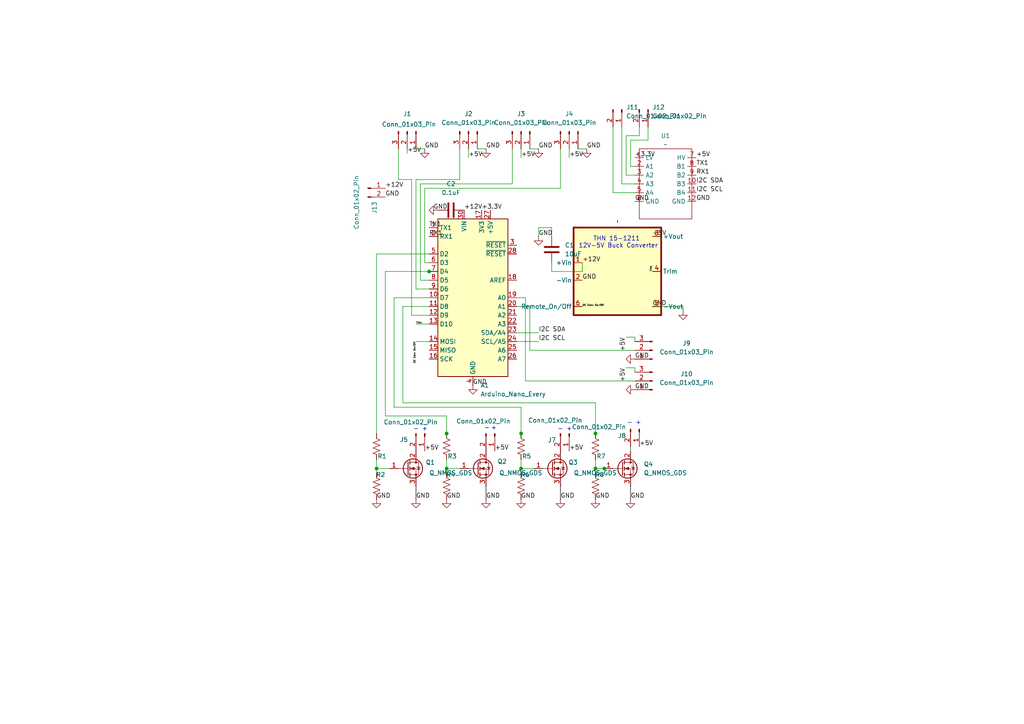
<source format=kicad_sch>
(kicad_sch
	(version 20231120)
	(generator "eeschema")
	(generator_version "8.0")
	(uuid "1f5d37e2-319a-4c05-a13e-24b82d909103")
	(paper "A4")
	(title_block
		(title "Cooling System Control Shematic for PCB")
	)
	(lib_symbols
		(symbol "1{dblquote}x1{dblquote}_buck_converter_12v-5v_1"
			(exclude_from_sim no)
			(in_bom yes)
			(on_board yes)
			(property "Reference" "U2"
				(at 26.67 13.3351 0)
				(effects
					(font
						(size 1.27 1.27)
					)
					(justify left)
					(hide yes)
				)
			)
			(property "Value" "~"
				(at -1.23 22.86 90)
				(effects
					(font
						(size 1.27 1.27)
					)
				)
			)
			(property "Footprint" "Trickfire Cooling:CONV_THN_15-1211"
				(at 0 0 0)
				(effects
					(font
						(size 1.27 1.27)
					)
					(hide yes)
				)
			)
			(property "Datasheet" "https://www.tracopower.com/sites/default/files/products/datasheets/thn15_datasheet.pdf?t=1745798401"
				(at 0 0 0)
				(effects
					(font
						(size 1.27 1.27)
					)
					(hide yes)
				)
			)
			(property "Description" ""
				(at -27.9 10.16 0)
				(effects
					(font
						(size 1.27 1.27)
					)
					(hide yes)
				)
			)
			(symbol "1{dblquote}x1{dblquote}_buck_converter_12v-5v_1_1_1"
				(rectangle
					(start -27.9 35.56)
					(end -2.5 10.16)
					(stroke
						(width 0.5)
						(type default)
					)
					(fill
						(type background)
					)
				)
				(pin input line
					(at -12.7 33.02 90)
					(length 2.54)
					(name "+Vin"
						(effects
							(font
								(size 1.27 1.27)
							)
						)
					)
					(number "1"
						(effects
							(font
								(size 1.27 1.27)
							)
						)
					)
				)
				(pin input line
					(at -17.78 33.02 90)
					(length 2.54)
					(name "-Vin"
						(effects
							(font
								(size 1.27 1.27)
							)
						)
					)
					(number "2"
						(effects
							(font
								(size 1.27 1.27)
							)
						)
					)
				)
				(pin output line
					(at -5.08 12.7 270)
					(length 2.54)
					(name "+Vout"
						(effects
							(font
								(size 1.27 1.27)
							)
						)
					)
					(number "3"
						(effects
							(font
								(size 1.27 1.27)
							)
						)
					)
				)
				(pin input line
					(at -15.24 12.7 270)
					(length 2.54)
					(name "Trim"
						(effects
							(font
								(size 1.27 1.27)
							)
						)
					)
					(number "4"
						(effects
							(font
								(size 1.27 1.27)
							)
						)
					)
				)
				(pin output line
					(at -25.4 12.7 270)
					(length 2.54)
					(name "-Vout"
						(effects
							(font
								(size 1.27 1.27)
							)
						)
					)
					(number "5"
						(effects
							(font
								(size 1.27 1.27)
							)
						)
					)
				)
				(pin input line
					(at -25.4 33.02 90)
					(length 2.54)
					(name "Remote_On/Off"
						(effects
							(font
								(size 1.27 1.27)
							)
						)
					)
					(number "6"
						(effects
							(font
								(size 1.27 1.27)
							)
						)
					)
				)
			)
		)
		(symbol "Connector:Conn_01x02_Pin"
			(pin_names
				(offset 1.016) hide)
			(exclude_from_sim no)
			(in_bom yes)
			(on_board yes)
			(property "Reference" "J"
				(at 0 2.54 0)
				(effects
					(font
						(size 1.27 1.27)
					)
				)
			)
			(property "Value" "Conn_01x02_Pin"
				(at 0 -5.08 0)
				(effects
					(font
						(size 1.27 1.27)
					)
				)
			)
			(property "Footprint" ""
				(at 0 0 0)
				(effects
					(font
						(size 1.27 1.27)
					)
					(hide yes)
				)
			)
			(property "Datasheet" "~"
				(at 0 0 0)
				(effects
					(font
						(size 1.27 1.27)
					)
					(hide yes)
				)
			)
			(property "Description" "Generic connector, single row, 01x02, script generated"
				(at 0 0 0)
				(effects
					(font
						(size 1.27 1.27)
					)
					(hide yes)
				)
			)
			(property "ki_locked" ""
				(at 0 0 0)
				(effects
					(font
						(size 1.27 1.27)
					)
				)
			)
			(property "ki_keywords" "connector"
				(at 0 0 0)
				(effects
					(font
						(size 1.27 1.27)
					)
					(hide yes)
				)
			)
			(property "ki_fp_filters" "Connector*:*_1x??_*"
				(at 0 0 0)
				(effects
					(font
						(size 1.27 1.27)
					)
					(hide yes)
				)
			)
			(symbol "Conn_01x02_Pin_1_1"
				(polyline
					(pts
						(xy 1.27 -2.54) (xy 0.8636 -2.54)
					)
					(stroke
						(width 0.1524)
						(type default)
					)
					(fill
						(type none)
					)
				)
				(polyline
					(pts
						(xy 1.27 0) (xy 0.8636 0)
					)
					(stroke
						(width 0.1524)
						(type default)
					)
					(fill
						(type none)
					)
				)
				(rectangle
					(start 0.8636 -2.413)
					(end 0 -2.667)
					(stroke
						(width 0.1524)
						(type default)
					)
					(fill
						(type outline)
					)
				)
				(rectangle
					(start 0.8636 0.127)
					(end 0 -0.127)
					(stroke
						(width 0.1524)
						(type default)
					)
					(fill
						(type outline)
					)
				)
				(pin passive line
					(at 5.08 0 180)
					(length 3.81)
					(name "Pin_1"
						(effects
							(font
								(size 1.27 1.27)
							)
						)
					)
					(number "1"
						(effects
							(font
								(size 1.27 1.27)
							)
						)
					)
				)
				(pin passive line
					(at 5.08 -2.54 180)
					(length 3.81)
					(name "Pin_2"
						(effects
							(font
								(size 1.27 1.27)
							)
						)
					)
					(number "2"
						(effects
							(font
								(size 1.27 1.27)
							)
						)
					)
				)
			)
		)
		(symbol "Connector:Conn_01x03_Pin"
			(pin_names
				(offset 1.016) hide)
			(exclude_from_sim no)
			(in_bom yes)
			(on_board yes)
			(property "Reference" "J"
				(at 0 5.08 0)
				(effects
					(font
						(size 1.27 1.27)
					)
				)
			)
			(property "Value" "Conn_01x03_Pin"
				(at 0 -5.08 0)
				(effects
					(font
						(size 1.27 1.27)
					)
				)
			)
			(property "Footprint" ""
				(at 0 0 0)
				(effects
					(font
						(size 1.27 1.27)
					)
					(hide yes)
				)
			)
			(property "Datasheet" "~"
				(at 0 0 0)
				(effects
					(font
						(size 1.27 1.27)
					)
					(hide yes)
				)
			)
			(property "Description" "Generic connector, single row, 01x03, script generated"
				(at 0 0 0)
				(effects
					(font
						(size 1.27 1.27)
					)
					(hide yes)
				)
			)
			(property "ki_locked" ""
				(at 0 0 0)
				(effects
					(font
						(size 1.27 1.27)
					)
				)
			)
			(property "ki_keywords" "connector"
				(at 0 0 0)
				(effects
					(font
						(size 1.27 1.27)
					)
					(hide yes)
				)
			)
			(property "ki_fp_filters" "Connector*:*_1x??_*"
				(at 0 0 0)
				(effects
					(font
						(size 1.27 1.27)
					)
					(hide yes)
				)
			)
			(symbol "Conn_01x03_Pin_1_1"
				(polyline
					(pts
						(xy 1.27 -2.54) (xy 0.8636 -2.54)
					)
					(stroke
						(width 0.1524)
						(type default)
					)
					(fill
						(type none)
					)
				)
				(polyline
					(pts
						(xy 1.27 0) (xy 0.8636 0)
					)
					(stroke
						(width 0.1524)
						(type default)
					)
					(fill
						(type none)
					)
				)
				(polyline
					(pts
						(xy 1.27 2.54) (xy 0.8636 2.54)
					)
					(stroke
						(width 0.1524)
						(type default)
					)
					(fill
						(type none)
					)
				)
				(rectangle
					(start 0.8636 -2.413)
					(end 0 -2.667)
					(stroke
						(width 0.1524)
						(type default)
					)
					(fill
						(type outline)
					)
				)
				(rectangle
					(start 0.8636 0.127)
					(end 0 -0.127)
					(stroke
						(width 0.1524)
						(type default)
					)
					(fill
						(type outline)
					)
				)
				(rectangle
					(start 0.8636 2.667)
					(end 0 2.413)
					(stroke
						(width 0.1524)
						(type default)
					)
					(fill
						(type outline)
					)
				)
				(pin passive line
					(at 5.08 2.54 180)
					(length 3.81)
					(name "Pin_1"
						(effects
							(font
								(size 1.27 1.27)
							)
						)
					)
					(number "1"
						(effects
							(font
								(size 1.27 1.27)
							)
						)
					)
				)
				(pin passive line
					(at 5.08 0 180)
					(length 3.81)
					(name "Pin_2"
						(effects
							(font
								(size 1.27 1.27)
							)
						)
					)
					(number "2"
						(effects
							(font
								(size 1.27 1.27)
							)
						)
					)
				)
				(pin passive line
					(at 5.08 -2.54 180)
					(length 3.81)
					(name "Pin_3"
						(effects
							(font
								(size 1.27 1.27)
							)
						)
					)
					(number "3"
						(effects
							(font
								(size 1.27 1.27)
							)
						)
					)
				)
			)
		)
		(symbol "Device:C"
			(pin_numbers hide)
			(pin_names
				(offset 0.254)
			)
			(exclude_from_sim no)
			(in_bom yes)
			(on_board yes)
			(property "Reference" "C"
				(at 0.635 2.54 0)
				(effects
					(font
						(size 1.27 1.27)
					)
					(justify left)
				)
			)
			(property "Value" "C"
				(at 0.635 -2.54 0)
				(effects
					(font
						(size 1.27 1.27)
					)
					(justify left)
				)
			)
			(property "Footprint" ""
				(at 0.9652 -3.81 0)
				(effects
					(font
						(size 1.27 1.27)
					)
					(hide yes)
				)
			)
			(property "Datasheet" "~"
				(at 0 0 0)
				(effects
					(font
						(size 1.27 1.27)
					)
					(hide yes)
				)
			)
			(property "Description" "Unpolarized capacitor"
				(at 0 0 0)
				(effects
					(font
						(size 1.27 1.27)
					)
					(hide yes)
				)
			)
			(property "ki_keywords" "cap capacitor"
				(at 0 0 0)
				(effects
					(font
						(size 1.27 1.27)
					)
					(hide yes)
				)
			)
			(property "ki_fp_filters" "C_*"
				(at 0 0 0)
				(effects
					(font
						(size 1.27 1.27)
					)
					(hide yes)
				)
			)
			(symbol "C_0_1"
				(polyline
					(pts
						(xy -2.032 -0.762) (xy 2.032 -0.762)
					)
					(stroke
						(width 0.508)
						(type default)
					)
					(fill
						(type none)
					)
				)
				(polyline
					(pts
						(xy -2.032 0.762) (xy 2.032 0.762)
					)
					(stroke
						(width 0.508)
						(type default)
					)
					(fill
						(type none)
					)
				)
			)
			(symbol "C_1_1"
				(pin passive line
					(at 0 3.81 270)
					(length 2.794)
					(name "~"
						(effects
							(font
								(size 1.27 1.27)
							)
						)
					)
					(number "1"
						(effects
							(font
								(size 1.27 1.27)
							)
						)
					)
				)
				(pin passive line
					(at 0 -3.81 90)
					(length 2.794)
					(name "~"
						(effects
							(font
								(size 1.27 1.27)
							)
						)
					)
					(number "2"
						(effects
							(font
								(size 1.27 1.27)
							)
						)
					)
				)
			)
		)
		(symbol "Device:Q_NMOS_GDS"
			(pin_names
				(offset 0) hide)
			(exclude_from_sim no)
			(in_bom yes)
			(on_board yes)
			(property "Reference" "Q"
				(at 5.08 1.27 0)
				(effects
					(font
						(size 1.27 1.27)
					)
					(justify left)
				)
			)
			(property "Value" "Q_NMOS_GDS"
				(at 5.08 -1.27 0)
				(effects
					(font
						(size 1.27 1.27)
					)
					(justify left)
				)
			)
			(property "Footprint" ""
				(at 5.08 2.54 0)
				(effects
					(font
						(size 1.27 1.27)
					)
					(hide yes)
				)
			)
			(property "Datasheet" "~"
				(at 0 0 0)
				(effects
					(font
						(size 1.27 1.27)
					)
					(hide yes)
				)
			)
			(property "Description" "N-MOSFET transistor, gate/drain/source"
				(at 0 0 0)
				(effects
					(font
						(size 1.27 1.27)
					)
					(hide yes)
				)
			)
			(property "ki_keywords" "transistor NMOS N-MOS N-MOSFET"
				(at 0 0 0)
				(effects
					(font
						(size 1.27 1.27)
					)
					(hide yes)
				)
			)
			(symbol "Q_NMOS_GDS_0_1"
				(polyline
					(pts
						(xy 0.254 0) (xy -2.54 0)
					)
					(stroke
						(width 0)
						(type default)
					)
					(fill
						(type none)
					)
				)
				(polyline
					(pts
						(xy 0.254 1.905) (xy 0.254 -1.905)
					)
					(stroke
						(width 0.254)
						(type default)
					)
					(fill
						(type none)
					)
				)
				(polyline
					(pts
						(xy 0.762 -1.27) (xy 0.762 -2.286)
					)
					(stroke
						(width 0.254)
						(type default)
					)
					(fill
						(type none)
					)
				)
				(polyline
					(pts
						(xy 0.762 0.508) (xy 0.762 -0.508)
					)
					(stroke
						(width 0.254)
						(type default)
					)
					(fill
						(type none)
					)
				)
				(polyline
					(pts
						(xy 0.762 2.286) (xy 0.762 1.27)
					)
					(stroke
						(width 0.254)
						(type default)
					)
					(fill
						(type none)
					)
				)
				(polyline
					(pts
						(xy 2.54 2.54) (xy 2.54 1.778)
					)
					(stroke
						(width 0)
						(type default)
					)
					(fill
						(type none)
					)
				)
				(polyline
					(pts
						(xy 2.54 -2.54) (xy 2.54 0) (xy 0.762 0)
					)
					(stroke
						(width 0)
						(type default)
					)
					(fill
						(type none)
					)
				)
				(polyline
					(pts
						(xy 0.762 -1.778) (xy 3.302 -1.778) (xy 3.302 1.778) (xy 0.762 1.778)
					)
					(stroke
						(width 0)
						(type default)
					)
					(fill
						(type none)
					)
				)
				(polyline
					(pts
						(xy 1.016 0) (xy 2.032 0.381) (xy 2.032 -0.381) (xy 1.016 0)
					)
					(stroke
						(width 0)
						(type default)
					)
					(fill
						(type outline)
					)
				)
				(polyline
					(pts
						(xy 2.794 0.508) (xy 2.921 0.381) (xy 3.683 0.381) (xy 3.81 0.254)
					)
					(stroke
						(width 0)
						(type default)
					)
					(fill
						(type none)
					)
				)
				(polyline
					(pts
						(xy 3.302 0.381) (xy 2.921 -0.254) (xy 3.683 -0.254) (xy 3.302 0.381)
					)
					(stroke
						(width 0)
						(type default)
					)
					(fill
						(type none)
					)
				)
				(circle
					(center 1.651 0)
					(radius 2.794)
					(stroke
						(width 0.254)
						(type default)
					)
					(fill
						(type none)
					)
				)
				(circle
					(center 2.54 -1.778)
					(radius 0.254)
					(stroke
						(width 0)
						(type default)
					)
					(fill
						(type outline)
					)
				)
				(circle
					(center 2.54 1.778)
					(radius 0.254)
					(stroke
						(width 0)
						(type default)
					)
					(fill
						(type outline)
					)
				)
			)
			(symbol "Q_NMOS_GDS_1_1"
				(pin input line
					(at -5.08 0 0)
					(length 2.54)
					(name "G"
						(effects
							(font
								(size 1.27 1.27)
							)
						)
					)
					(number "1"
						(effects
							(font
								(size 1.27 1.27)
							)
						)
					)
				)
				(pin passive line
					(at 2.54 5.08 270)
					(length 2.54)
					(name "D"
						(effects
							(font
								(size 1.27 1.27)
							)
						)
					)
					(number "2"
						(effects
							(font
								(size 1.27 1.27)
							)
						)
					)
				)
				(pin passive line
					(at 2.54 -5.08 90)
					(length 2.54)
					(name "S"
						(effects
							(font
								(size 1.27 1.27)
							)
						)
					)
					(number "3"
						(effects
							(font
								(size 1.27 1.27)
							)
						)
					)
				)
			)
		)
		(symbol "Device:R_US"
			(pin_numbers hide)
			(pin_names
				(offset 0)
			)
			(exclude_from_sim no)
			(in_bom yes)
			(on_board yes)
			(property "Reference" "R"
				(at 2.54 0 90)
				(effects
					(font
						(size 1.27 1.27)
					)
				)
			)
			(property "Value" "R_US"
				(at -2.54 0 90)
				(effects
					(font
						(size 1.27 1.27)
					)
				)
			)
			(property "Footprint" ""
				(at 1.016 -0.254 90)
				(effects
					(font
						(size 1.27 1.27)
					)
					(hide yes)
				)
			)
			(property "Datasheet" "~"
				(at 0 0 0)
				(effects
					(font
						(size 1.27 1.27)
					)
					(hide yes)
				)
			)
			(property "Description" "Resistor, US symbol"
				(at 0 0 0)
				(effects
					(font
						(size 1.27 1.27)
					)
					(hide yes)
				)
			)
			(property "ki_keywords" "R res resistor"
				(at 0 0 0)
				(effects
					(font
						(size 1.27 1.27)
					)
					(hide yes)
				)
			)
			(property "ki_fp_filters" "R_*"
				(at 0 0 0)
				(effects
					(font
						(size 1.27 1.27)
					)
					(hide yes)
				)
			)
			(symbol "R_US_0_1"
				(polyline
					(pts
						(xy 0 -2.286) (xy 0 -2.54)
					)
					(stroke
						(width 0)
						(type default)
					)
					(fill
						(type none)
					)
				)
				(polyline
					(pts
						(xy 0 2.286) (xy 0 2.54)
					)
					(stroke
						(width 0)
						(type default)
					)
					(fill
						(type none)
					)
				)
				(polyline
					(pts
						(xy 0 -0.762) (xy 1.016 -1.143) (xy 0 -1.524) (xy -1.016 -1.905) (xy 0 -2.286)
					)
					(stroke
						(width 0)
						(type default)
					)
					(fill
						(type none)
					)
				)
				(polyline
					(pts
						(xy 0 0.762) (xy 1.016 0.381) (xy 0 0) (xy -1.016 -0.381) (xy 0 -0.762)
					)
					(stroke
						(width 0)
						(type default)
					)
					(fill
						(type none)
					)
				)
				(polyline
					(pts
						(xy 0 2.286) (xy 1.016 1.905) (xy 0 1.524) (xy -1.016 1.143) (xy 0 0.762)
					)
					(stroke
						(width 0)
						(type default)
					)
					(fill
						(type none)
					)
				)
			)
			(symbol "R_US_1_1"
				(pin passive line
					(at 0 3.81 270)
					(length 1.27)
					(name "~"
						(effects
							(font
								(size 1.27 1.27)
							)
						)
					)
					(number "1"
						(effects
							(font
								(size 1.27 1.27)
							)
						)
					)
				)
				(pin passive line
					(at 0 -3.81 90)
					(length 1.27)
					(name "~"
						(effects
							(font
								(size 1.27 1.27)
							)
						)
					)
					(number "2"
						(effects
							(font
								(size 1.27 1.27)
							)
						)
					)
				)
			)
		)
		(symbol "MCU_Module:Arduino_Nano_Every"
			(exclude_from_sim no)
			(in_bom yes)
			(on_board yes)
			(property "Reference" "A"
				(at -10.16 23.495 0)
				(effects
					(font
						(size 1.27 1.27)
					)
					(justify left bottom)
				)
			)
			(property "Value" "Arduino_Nano_Every"
				(at 5.08 -24.13 0)
				(effects
					(font
						(size 1.27 1.27)
					)
					(justify left top)
				)
			)
			(property "Footprint" "Module:Arduino_Nano"
				(at 0 0 0)
				(effects
					(font
						(size 1.27 1.27)
						(italic yes)
					)
					(hide yes)
				)
			)
			(property "Datasheet" "https://content.arduino.cc/assets/NANOEveryV3.0_sch.pdf"
				(at 0 0 0)
				(effects
					(font
						(size 1.27 1.27)
					)
					(hide yes)
				)
			)
			(property "Description" "Arduino Nano Every"
				(at 0 0 0)
				(effects
					(font
						(size 1.27 1.27)
					)
					(hide yes)
				)
			)
			(property "ki_keywords" "Arduino nano microcontroller module USB UPDI AATMega4809 AVR"
				(at 0 0 0)
				(effects
					(font
						(size 1.27 1.27)
					)
					(hide yes)
				)
			)
			(property "ki_fp_filters" "Arduino*Nano*"
				(at 0 0 0)
				(effects
					(font
						(size 1.27 1.27)
					)
					(hide yes)
				)
			)
			(symbol "Arduino_Nano_Every_0_1"
				(rectangle
					(start -10.16 22.86)
					(end 10.16 -22.86)
					(stroke
						(width 0.254)
						(type default)
					)
					(fill
						(type background)
					)
				)
			)
			(symbol "Arduino_Nano_Every_1_1"
				(pin bidirectional line
					(at -12.7 20.32 0)
					(length 2.54)
					(name "TX1"
						(effects
							(font
								(size 1.27 1.27)
							)
						)
					)
					(number "1"
						(effects
							(font
								(size 1.27 1.27)
							)
						)
					)
				)
				(pin bidirectional line
					(at -12.7 0 0)
					(length 2.54)
					(name "D7"
						(effects
							(font
								(size 1.27 1.27)
							)
						)
					)
					(number "10"
						(effects
							(font
								(size 1.27 1.27)
							)
						)
					)
				)
				(pin bidirectional line
					(at -12.7 -2.54 0)
					(length 2.54)
					(name "D8"
						(effects
							(font
								(size 1.27 1.27)
							)
						)
					)
					(number "11"
						(effects
							(font
								(size 1.27 1.27)
							)
						)
					)
				)
				(pin bidirectional line
					(at -12.7 -5.08 0)
					(length 2.54)
					(name "D9"
						(effects
							(font
								(size 1.27 1.27)
							)
						)
					)
					(number "12"
						(effects
							(font
								(size 1.27 1.27)
							)
						)
					)
				)
				(pin bidirectional line
					(at -12.7 -7.62 0)
					(length 2.54)
					(name "D10"
						(effects
							(font
								(size 1.27 1.27)
							)
						)
					)
					(number "13"
						(effects
							(font
								(size 1.27 1.27)
							)
						)
					)
				)
				(pin bidirectional line
					(at -12.7 -12.7 0)
					(length 2.54)
					(name "MOSI"
						(effects
							(font
								(size 1.27 1.27)
							)
						)
					)
					(number "14"
						(effects
							(font
								(size 1.27 1.27)
							)
						)
					)
				)
				(pin bidirectional line
					(at -12.7 -15.24 0)
					(length 2.54)
					(name "MISO"
						(effects
							(font
								(size 1.27 1.27)
							)
						)
					)
					(number "15"
						(effects
							(font
								(size 1.27 1.27)
							)
						)
					)
				)
				(pin bidirectional line
					(at -12.7 -17.78 0)
					(length 2.54)
					(name "SCK"
						(effects
							(font
								(size 1.27 1.27)
							)
						)
					)
					(number "16"
						(effects
							(font
								(size 1.27 1.27)
							)
						)
					)
				)
				(pin power_out line
					(at 2.54 25.4 270)
					(length 2.54)
					(name "3V3"
						(effects
							(font
								(size 1.27 1.27)
							)
						)
					)
					(number "17"
						(effects
							(font
								(size 1.27 1.27)
							)
						)
					)
				)
				(pin input line
					(at 12.7 5.08 180)
					(length 2.54)
					(name "AREF"
						(effects
							(font
								(size 1.27 1.27)
							)
						)
					)
					(number "18"
						(effects
							(font
								(size 1.27 1.27)
							)
						)
					)
				)
				(pin bidirectional line
					(at 12.7 0 180)
					(length 2.54)
					(name "A0"
						(effects
							(font
								(size 1.27 1.27)
							)
						)
					)
					(number "19"
						(effects
							(font
								(size 1.27 1.27)
							)
						)
					)
				)
				(pin bidirectional line
					(at -12.7 17.78 0)
					(length 2.54)
					(name "RX1"
						(effects
							(font
								(size 1.27 1.27)
							)
						)
					)
					(number "2"
						(effects
							(font
								(size 1.27 1.27)
							)
						)
					)
				)
				(pin bidirectional line
					(at 12.7 -2.54 180)
					(length 2.54)
					(name "A1"
						(effects
							(font
								(size 1.27 1.27)
							)
						)
					)
					(number "20"
						(effects
							(font
								(size 1.27 1.27)
							)
						)
					)
				)
				(pin bidirectional line
					(at 12.7 -5.08 180)
					(length 2.54)
					(name "A2"
						(effects
							(font
								(size 1.27 1.27)
							)
						)
					)
					(number "21"
						(effects
							(font
								(size 1.27 1.27)
							)
						)
					)
				)
				(pin bidirectional line
					(at 12.7 -7.62 180)
					(length 2.54)
					(name "A3"
						(effects
							(font
								(size 1.27 1.27)
							)
						)
					)
					(number "22"
						(effects
							(font
								(size 1.27 1.27)
							)
						)
					)
				)
				(pin bidirectional line
					(at 12.7 -10.16 180)
					(length 2.54)
					(name "SDA/A4"
						(effects
							(font
								(size 1.27 1.27)
							)
						)
					)
					(number "23"
						(effects
							(font
								(size 1.27 1.27)
							)
						)
					)
				)
				(pin bidirectional line
					(at 12.7 -12.7 180)
					(length 2.54)
					(name "SCL/A5"
						(effects
							(font
								(size 1.27 1.27)
							)
						)
					)
					(number "24"
						(effects
							(font
								(size 1.27 1.27)
							)
						)
					)
				)
				(pin bidirectional line
					(at 12.7 -15.24 180)
					(length 2.54)
					(name "A6"
						(effects
							(font
								(size 1.27 1.27)
							)
						)
					)
					(number "25"
						(effects
							(font
								(size 1.27 1.27)
							)
						)
					)
				)
				(pin bidirectional line
					(at 12.7 -17.78 180)
					(length 2.54)
					(name "A7"
						(effects
							(font
								(size 1.27 1.27)
							)
						)
					)
					(number "26"
						(effects
							(font
								(size 1.27 1.27)
							)
						)
					)
				)
				(pin power_out line
					(at 5.08 25.4 270)
					(length 2.54)
					(name "+5V"
						(effects
							(font
								(size 1.27 1.27)
							)
						)
					)
					(number "27"
						(effects
							(font
								(size 1.27 1.27)
							)
						)
					)
				)
				(pin input line
					(at 12.7 12.7 180)
					(length 2.54)
					(name "~{RESET}"
						(effects
							(font
								(size 1.27 1.27)
							)
						)
					)
					(number "28"
						(effects
							(font
								(size 1.27 1.27)
							)
						)
					)
				)
				(pin passive line
					(at 0 -25.4 90)
					(length 2.54) hide
					(name "GND"
						(effects
							(font
								(size 1.27 1.27)
							)
						)
					)
					(number "29"
						(effects
							(font
								(size 1.27 1.27)
							)
						)
					)
				)
				(pin input line
					(at 12.7 15.24 180)
					(length 2.54)
					(name "~{RESET}"
						(effects
							(font
								(size 1.27 1.27)
							)
						)
					)
					(number "3"
						(effects
							(font
								(size 1.27 1.27)
							)
						)
					)
				)
				(pin power_in line
					(at -2.54 25.4 270)
					(length 2.54)
					(name "VIN"
						(effects
							(font
								(size 1.27 1.27)
							)
						)
					)
					(number "30"
						(effects
							(font
								(size 1.27 1.27)
							)
						)
					)
				)
				(pin power_in line
					(at 0 -25.4 90)
					(length 2.54)
					(name "GND"
						(effects
							(font
								(size 1.27 1.27)
							)
						)
					)
					(number "4"
						(effects
							(font
								(size 1.27 1.27)
							)
						)
					)
				)
				(pin bidirectional line
					(at -12.7 12.7 0)
					(length 2.54)
					(name "D2"
						(effects
							(font
								(size 1.27 1.27)
							)
						)
					)
					(number "5"
						(effects
							(font
								(size 1.27 1.27)
							)
						)
					)
				)
				(pin bidirectional line
					(at -12.7 10.16 0)
					(length 2.54)
					(name "D3"
						(effects
							(font
								(size 1.27 1.27)
							)
						)
					)
					(number "6"
						(effects
							(font
								(size 1.27 1.27)
							)
						)
					)
				)
				(pin bidirectional line
					(at -12.7 7.62 0)
					(length 2.54)
					(name "D4"
						(effects
							(font
								(size 1.27 1.27)
							)
						)
					)
					(number "7"
						(effects
							(font
								(size 1.27 1.27)
							)
						)
					)
				)
				(pin bidirectional line
					(at -12.7 5.08 0)
					(length 2.54)
					(name "D5"
						(effects
							(font
								(size 1.27 1.27)
							)
						)
					)
					(number "8"
						(effects
							(font
								(size 1.27 1.27)
							)
						)
					)
				)
				(pin bidirectional line
					(at -12.7 2.54 0)
					(length 2.54)
					(name "D6"
						(effects
							(font
								(size 1.27 1.27)
							)
						)
					)
					(number "9"
						(effects
							(font
								(size 1.27 1.27)
							)
						)
					)
				)
			)
		)
		(symbol "Trickfire Cooling System New Symbols:Bi_directional_logical_level_shifter"
			(exclude_from_sim no)
			(in_bom yes)
			(on_board yes)
			(property "Reference" "U"
				(at 0 0 0)
				(effects
					(font
						(size 1.27 1.27)
					)
				)
			)
			(property "Value" ""
				(at 0 0 0)
				(effects
					(font
						(size 1.27 1.27)
					)
				)
			)
			(property "Footprint" "Trickfire Cooling:Bi directional level changer 5 -3.3"
				(at 0 0 0)
				(effects
					(font
						(size 1.27 1.27)
					)
					(hide yes)
				)
			)
			(property "Datasheet" ""
				(at 0 0 0)
				(effects
					(font
						(size 1.27 1.27)
					)
					(hide yes)
				)
			)
			(property "Description" ""
				(at 0 0 0)
				(effects
					(font
						(size 1.27 1.27)
					)
					(hide yes)
				)
			)
			(symbol "Bi_directional_logical_level_shifter_1_1"
				(rectangle
					(start 1.27 3.81)
					(end 16.52 24.15)
					(stroke
						(width 0)
						(type default)
					)
					(fill
						(type none)
					)
				)
				(pin input line
					(at 0 21.59 0)
					(length 2.54)
					(name "LV"
						(effects
							(font
								(size 1.27 1.27)
							)
						)
					)
					(number "1"
						(effects
							(font
								(size 1.27 1.27)
							)
						)
					)
				)
				(pin input line
					(at 17.78 13.97 180)
					(length 2.54)
					(name "B3"
						(effects
							(font
								(size 1.27 1.27)
							)
						)
					)
					(number "10"
						(effects
							(font
								(size 1.27 1.27)
							)
						)
					)
				)
				(pin input line
					(at 17.78 11.43 180)
					(length 2.54)
					(name "B4"
						(effects
							(font
								(size 1.27 1.27)
							)
						)
					)
					(number "11"
						(effects
							(font
								(size 1.27 1.27)
							)
						)
					)
				)
				(pin input line
					(at 17.78 8.89 180)
					(length 2.54)
					(name "GND"
						(effects
							(font
								(size 1.27 1.27)
							)
						)
					)
					(number "12"
						(effects
							(font
								(size 1.27 1.27)
							)
						)
					)
				)
				(pin input line
					(at 0 19.05 0)
					(length 2.54)
					(name "A1"
						(effects
							(font
								(size 1.27 1.27)
							)
						)
					)
					(number "2"
						(effects
							(font
								(size 1.27 1.27)
							)
						)
					)
				)
				(pin input line
					(at 0 16.51 0)
					(length 2.54)
					(name "A2"
						(effects
							(font
								(size 1.27 1.27)
							)
						)
					)
					(number "3"
						(effects
							(font
								(size 1.27 1.27)
							)
						)
					)
				)
				(pin input line
					(at 0 13.97 0)
					(length 2.54)
					(name "A3"
						(effects
							(font
								(size 1.27 1.27)
							)
						)
					)
					(number "4"
						(effects
							(font
								(size 1.27 1.27)
							)
						)
					)
				)
				(pin input line
					(at 0 11.43 0)
					(length 2.54)
					(name "A4"
						(effects
							(font
								(size 1.27 1.27)
							)
						)
					)
					(number "5"
						(effects
							(font
								(size 1.27 1.27)
							)
						)
					)
				)
				(pin input line
					(at 0 8.89 0)
					(length 2.54)
					(name "GND"
						(effects
							(font
								(size 1.27 1.27)
							)
						)
					)
					(number "6"
						(effects
							(font
								(size 1.27 1.27)
							)
						)
					)
				)
				(pin input line
					(at 17.78 21.59 180)
					(length 2.54)
					(name "HV"
						(effects
							(font
								(size 1.27 1.27)
							)
						)
					)
					(number "7"
						(effects
							(font
								(size 1.27 1.27)
							)
						)
					)
				)
				(pin input line
					(at 17.78 19.05 180)
					(length 2.54)
					(name "B1"
						(effects
							(font
								(size 1.27 1.27)
							)
						)
					)
					(number "8"
						(effects
							(font
								(size 1.27 1.27)
							)
						)
					)
				)
				(pin input line
					(at 17.78 16.51 180)
					(length 2.54)
					(name "B2"
						(effects
							(font
								(size 1.27 1.27)
							)
						)
					)
					(number "9"
						(effects
							(font
								(size 1.27 1.27)
							)
						)
					)
				)
			)
		)
		(symbol "power:GND"
			(power)
			(pin_numbers hide)
			(pin_names
				(offset 0) hide)
			(exclude_from_sim no)
			(in_bom yes)
			(on_board yes)
			(property "Reference" "#PWR"
				(at 0 -6.35 0)
				(effects
					(font
						(size 1.27 1.27)
					)
					(hide yes)
				)
			)
			(property "Value" "GND"
				(at 0 -3.81 0)
				(effects
					(font
						(size 1.27 1.27)
					)
				)
			)
			(property "Footprint" ""
				(at 0 0 0)
				(effects
					(font
						(size 1.27 1.27)
					)
					(hide yes)
				)
			)
			(property "Datasheet" ""
				(at 0 0 0)
				(effects
					(font
						(size 1.27 1.27)
					)
					(hide yes)
				)
			)
			(property "Description" "Power symbol creates a global label with name \"GND\" , ground"
				(at 0 0 0)
				(effects
					(font
						(size 1.27 1.27)
					)
					(hide yes)
				)
			)
			(property "ki_keywords" "global power"
				(at 0 0 0)
				(effects
					(font
						(size 1.27 1.27)
					)
					(hide yes)
				)
			)
			(symbol "GND_0_1"
				(polyline
					(pts
						(xy 0 0) (xy 0 -1.27) (xy 1.27 -1.27) (xy 0 -2.54) (xy -1.27 -1.27) (xy 0 -1.27)
					)
					(stroke
						(width 0)
						(type default)
					)
					(fill
						(type none)
					)
				)
			)
			(symbol "GND_1_1"
				(pin power_in line
					(at 0 0 270)
					(length 0)
					(name "~"
						(effects
							(font
								(size 1.27 1.27)
							)
						)
					)
					(number "1"
						(effects
							(font
								(size 1.27 1.27)
							)
						)
					)
				)
			)
		)
	)
	(junction
		(at 129.54 125.73)
		(diameter 0)
		(color 0 0 0 0)
		(uuid "1afe5430-b5e2-488e-b9e6-35a7dc213a15")
	)
	(junction
		(at 109.22 135.89)
		(diameter 0)
		(color 0 0 0 0)
		(uuid "40f23253-74ca-436b-a53a-6f814c42c1a4")
	)
	(junction
		(at 151.13 125.73)
		(diameter 0)
		(color 0 0 0 0)
		(uuid "56feb3a0-d607-4432-bedb-3772d2e91d1b")
	)
	(junction
		(at 172.72 125.73)
		(diameter 0)
		(color 0 0 0 0)
		(uuid "6cb9e0fc-27d8-44a0-af6a-0ac79ed15604")
	)
	(junction
		(at 175.26 135.89)
		(diameter 0)
		(color 0 0 0 0)
		(uuid "71242995-6515-4fcb-8dcf-b0c5c9cf0d66")
	)
	(junction
		(at 151.13 135.89)
		(diameter 0)
		(color 0 0 0 0)
		(uuid "97a29f91-f530-4d49-a258-1e535c40e556")
	)
	(junction
		(at 124.46 78.74)
		(diameter 0)
		(color 0 0 0 0)
		(uuid "a903a1dc-1c3d-4f99-8b8c-adf9c3f81346")
	)
	(junction
		(at 129.54 135.89)
		(diameter 0)
		(color 0 0 0 0)
		(uuid "d62e1e34-d82c-40c9-ae8c-669afeaddf1c")
	)
	(junction
		(at 172.72 135.89)
		(diameter 0)
		(color 0 0 0 0)
		(uuid "f849b4cc-a67c-4180-9bfe-88146677480d")
	)
	(wire
		(pts
			(xy 153.67 43.18) (xy 156.21 43.18)
		)
		(stroke
			(width 0)
			(type default)
		)
		(uuid "03206ef5-d081-487b-86aa-ea361348c964")
	)
	(wire
		(pts
			(xy 172.72 135.89) (xy 175.26 135.89)
		)
		(stroke
			(width 0)
			(type default)
		)
		(uuid "07adcdb1-fd09-476e-a4b6-67e87d7916f2")
	)
	(wire
		(pts
			(xy 172.72 133.35) (xy 172.72 135.89)
		)
		(stroke
			(width 0)
			(type default)
		)
		(uuid "0aa4a652-73ab-4e8f-b7db-26c26ce52ff9")
	)
	(wire
		(pts
			(xy 156.21 66.04) (xy 156.21 68.58)
		)
		(stroke
			(width 0)
			(type default)
		)
		(uuid "0ffdb389-5cba-45db-8c98-e37b8c2abf1b")
	)
	(wire
		(pts
			(xy 129.54 120.65) (xy 129.54 125.73)
		)
		(stroke
			(width 0)
			(type default)
		)
		(uuid "114b6a7f-faa0-4b22-855e-c15957763515")
	)
	(wire
		(pts
			(xy 177.8 55.88) (xy 184.15 55.88)
		)
		(stroke
			(width 0)
			(type default)
		)
		(uuid "123359ea-fdb0-48d4-a1fa-741b1ab86fec")
	)
	(wire
		(pts
			(xy 140.97 140.97) (xy 140.97 144.78)
		)
		(stroke
			(width 0)
			(type default)
			(color 0 0 0 1)
		)
		(uuid "1291fa5c-e851-4bd7-938f-5a1a6c88a5f8")
	)
	(wire
		(pts
			(xy 182.88 130.81) (xy 182.88 129.54)
		)
		(stroke
			(width 0)
			(type default)
		)
		(uuid "137c95f6-faf7-4e2d-b436-f0126d8df466")
	)
	(wire
		(pts
			(xy 109.22 135.89) (xy 113.03 135.89)
		)
		(stroke
			(width 0)
			(type default)
		)
		(uuid "15003a2b-8ee9-431d-ba45-2121d91775c4")
	)
	(wire
		(pts
			(xy 153.67 88.9) (xy 153.67 101.6)
		)
		(stroke
			(width 0)
			(type default)
		)
		(uuid "19dc3e2b-70d0-4523-a631-8fe0d2d95c92")
	)
	(wire
		(pts
			(xy 167.64 43.18) (xy 170.18 43.18)
		)
		(stroke
			(width 0)
			(type default)
		)
		(uuid "1d5f347b-8a96-4d15-96b5-e32500c473e2")
	)
	(wire
		(pts
			(xy 160.02 78.74) (xy 160.02 76.2)
		)
		(stroke
			(width 0)
			(type default)
		)
		(uuid "1f0ddacc-c09d-4249-b58b-9de7f87c953c")
	)
	(wire
		(pts
			(xy 123.19 54.61) (xy 162.56 54.61)
		)
		(stroke
			(width 0)
			(type default)
		)
		(uuid "1f691a34-4431-4b36-986f-2c24042b518c")
	)
	(wire
		(pts
			(xy 182.88 140.97) (xy 182.88 144.78)
		)
		(stroke
			(width 0)
			(type default)
			(color 0 0 0 1)
		)
		(uuid "208ceb95-84e7-40ab-a352-5aae7f07b95d")
	)
	(wire
		(pts
			(xy 121.92 53.34) (xy 148.59 53.34)
		)
		(stroke
			(width 0)
			(type default)
		)
		(uuid "24f102c7-f559-45ad-96f9-b73803f5ebd2")
	)
	(wire
		(pts
			(xy 116.84 116.84) (xy 172.72 116.84)
		)
		(stroke
			(width 0)
			(type default)
		)
		(uuid "28f1f0f7-6086-4691-a580-2521d54f603a")
	)
	(wire
		(pts
			(xy 129.54 137.16) (xy 129.54 135.89)
		)
		(stroke
			(width 0)
			(type default)
		)
		(uuid "29b4f84f-a3a1-4973-883f-65a548ac1b54")
	)
	(wire
		(pts
			(xy 124.46 78.74) (xy 125.73 78.74)
		)
		(stroke
			(width 0)
			(type default)
		)
		(uuid "2bf322ed-b86f-4981-8333-cfa589d26b68")
	)
	(wire
		(pts
			(xy 109.22 73.66) (xy 109.22 125.73)
		)
		(stroke
			(width 0)
			(type default)
		)
		(uuid "30b5fa9c-c926-4713-aa8f-dea976bbae4d")
	)
	(wire
		(pts
			(xy 109.22 73.66) (xy 124.46 73.66)
		)
		(stroke
			(width 0)
			(type default)
		)
		(uuid "36f63f02-3432-4099-b907-249500ba5e00")
	)
	(wire
		(pts
			(xy 187.96 40.64) (xy 182.88 40.64)
		)
		(stroke
			(width 0)
			(type default)
		)
		(uuid "370ec317-8643-4e36-a460-24e6b009aeb3")
	)
	(wire
		(pts
			(xy 175.26 135.89) (xy 176.53 135.89)
		)
		(stroke
			(width 0)
			(type default)
		)
		(uuid "3b2e8f04-b328-42ba-baee-f0a24a771e72")
	)
	(wire
		(pts
			(xy 129.54 125.73) (xy 129.54 127)
		)
		(stroke
			(width 0)
			(type default)
		)
		(uuid "3ca350b0-623f-44f9-84f9-78439467e527")
	)
	(wire
		(pts
			(xy 198.12 88.9) (xy 198.12 90.17)
		)
		(stroke
			(width 0)
			(type default)
		)
		(uuid "3f623d5f-a6d5-43eb-963f-5ebed9858944")
	)
	(wire
		(pts
			(xy 162.56 54.61) (xy 162.56 43.18)
		)
		(stroke
			(width 0)
			(type default)
		)
		(uuid "49e90f76-2e46-4fba-8e3f-aa06ff700bfc")
	)
	(wire
		(pts
			(xy 149.86 99.06) (xy 156.21 99.06)
		)
		(stroke
			(width 0)
			(type default)
		)
		(uuid "4a634d65-ef0c-4c8c-b2ec-1b50012d601e")
	)
	(wire
		(pts
			(xy 185.42 36.83) (xy 185.42 39.37)
		)
		(stroke
			(width 0)
			(type default)
		)
		(uuid "4d6fc5aa-d506-460d-920c-041bb2d44bef")
	)
	(wire
		(pts
			(xy 124.46 91.44) (xy 119.38 91.44)
		)
		(stroke
			(width 0)
			(type default)
		)
		(uuid "4e616ff8-387e-4836-b2ae-d0768845d583")
	)
	(wire
		(pts
			(xy 165.1 45.72) (xy 165.1 43.18)
		)
		(stroke
			(width 0)
			(type default)
		)
		(uuid "50d27631-bda5-4d9a-832e-e52ac82d86b9")
	)
	(wire
		(pts
			(xy 124.46 88.9) (xy 116.84 88.9)
		)
		(stroke
			(width 0)
			(type default)
		)
		(uuid "512f4313-b367-4fea-a029-e8239a5bf000")
	)
	(wire
		(pts
			(xy 129.54 135.89) (xy 133.35 135.89)
		)
		(stroke
			(width 0)
			(type default)
		)
		(uuid "52bba4be-37d1-4816-a3ab-91894986ef22")
	)
	(wire
		(pts
			(xy 109.22 133.35) (xy 109.22 135.89)
		)
		(stroke
			(width 0)
			(type default)
		)
		(uuid "54505118-b200-4c30-8dec-7ac64d0c16dc")
	)
	(wire
		(pts
			(xy 189.23 88.9) (xy 198.12 88.9)
		)
		(stroke
			(width 0)
			(type default)
		)
		(uuid "5642bad0-0277-4f64-8de9-61bddb3c9bdd")
	)
	(wire
		(pts
			(xy 120.65 52.07) (xy 120.65 83.82)
		)
		(stroke
			(width 0)
			(type default)
		)
		(uuid "6482ba87-24f2-4038-b863-6472edf5f99d")
	)
	(wire
		(pts
			(xy 118.11 44.45) (xy 118.11 43.18)
		)
		(stroke
			(width 0)
			(type default)
		)
		(uuid "652d0ca8-1573-4d14-96ef-467100123e34")
	)
	(wire
		(pts
			(xy 181.61 50.8) (xy 184.15 50.8)
		)
		(stroke
			(width 0)
			(type default)
		)
		(uuid "6a442e48-dcc5-4e5b-bd35-ed49f3c31a8b")
	)
	(wire
		(pts
			(xy 168.91 76.2) (xy 168.91 78.74)
		)
		(stroke
			(width 0)
			(type default)
		)
		(uuid "6bd31bd5-d8d4-4db0-b188-3146ffbdb307")
	)
	(wire
		(pts
			(xy 111.76 78.74) (xy 124.46 78.74)
		)
		(stroke
			(width 0)
			(type default)
		)
		(uuid "6d3cae9e-d92d-4e13-b01e-80e9f0b96989")
	)
	(wire
		(pts
			(xy 172.72 137.16) (xy 172.72 135.89)
		)
		(stroke
			(width 0)
			(type default)
		)
		(uuid "723eac6b-8ba4-4c3e-9229-ac8ac7a2c81c")
	)
	(wire
		(pts
			(xy 119.38 91.44) (xy 119.38 52.07)
		)
		(stroke
			(width 0)
			(type default)
		)
		(uuid "73b89367-1252-4e8e-866b-99513773cd9b")
	)
	(wire
		(pts
			(xy 119.38 52.07) (xy 115.57 52.07)
		)
		(stroke
			(width 0)
			(type default)
		)
		(uuid "74c1e95a-299d-4c26-95b0-4c65c8d81a4c")
	)
	(wire
		(pts
			(xy 152.4 86.36) (xy 152.4 110.49)
		)
		(stroke
			(width 0)
			(type default)
		)
		(uuid "76e2be00-91a1-4f9c-ad3e-896cf9cc592e")
	)
	(wire
		(pts
			(xy 153.67 101.6) (xy 184.15 101.6)
		)
		(stroke
			(width 0)
			(type default)
		)
		(uuid "7a3915d7-1ffc-4852-a438-92645328cd01")
	)
	(wire
		(pts
			(xy 180.34 53.34) (xy 180.34 36.83)
		)
		(stroke
			(width 0)
			(type default)
		)
		(uuid "7fb32090-618e-4255-90ac-4efd08651216")
	)
	(wire
		(pts
			(xy 109.22 137.16) (xy 109.22 135.89)
		)
		(stroke
			(width 0)
			(type default)
		)
		(uuid "80bfb630-0785-4f31-839d-b7193d021474")
	)
	(wire
		(pts
			(xy 151.13 118.11) (xy 151.13 125.73)
		)
		(stroke
			(width 0)
			(type default)
		)
		(uuid "80dc7dc4-5474-4b1e-b03b-26e71726123a")
	)
	(wire
		(pts
			(xy 120.65 52.07) (xy 133.35 52.07)
		)
		(stroke
			(width 0)
			(type default)
		)
		(uuid "8447af3c-6217-40b8-804d-52960476925b")
	)
	(wire
		(pts
			(xy 111.76 78.74) (xy 111.76 120.65)
		)
		(stroke
			(width 0)
			(type default)
		)
		(uuid "852b6879-63a3-45df-80b3-d437e66af29a")
	)
	(wire
		(pts
			(xy 124.46 86.36) (xy 114.3 86.36)
		)
		(stroke
			(width 0)
			(type default)
		)
		(uuid "85a1047e-916b-4ff1-8571-6eedd8ac0ec7")
	)
	(wire
		(pts
			(xy 124.46 83.82) (xy 120.65 83.82)
		)
		(stroke
			(width 0)
			(type default)
		)
		(uuid "86454a52-2e17-412c-8e28-c9cc013a87af")
	)
	(wire
		(pts
			(xy 115.57 52.07) (xy 115.57 43.18)
		)
		(stroke
			(width 0)
			(type default)
		)
		(uuid "876fdc0e-b5fc-4da4-8a91-845d96654701")
	)
	(wire
		(pts
			(xy 182.88 48.26) (xy 184.15 48.26)
		)
		(stroke
			(width 0)
			(type default)
		)
		(uuid "87c6dc6f-2c5d-4115-ae5d-992e9617692c")
	)
	(wire
		(pts
			(xy 149.86 88.9) (xy 153.67 88.9)
		)
		(stroke
			(width 0)
			(type default)
		)
		(uuid "8987cd47-9974-4941-af95-a204c93085e4")
	)
	(wire
		(pts
			(xy 129.54 133.35) (xy 129.54 135.89)
		)
		(stroke
			(width 0)
			(type default)
		)
		(uuid "8bc69212-7475-480d-a698-e2d35d1103ab")
	)
	(wire
		(pts
			(xy 111.76 120.65) (xy 129.54 120.65)
		)
		(stroke
			(width 0)
			(type default)
		)
		(uuid "8dc6f534-5f68-4d52-9744-e4b71440163c")
	)
	(wire
		(pts
			(xy 172.72 125.73) (xy 172.72 127)
		)
		(stroke
			(width 0)
			(type default)
		)
		(uuid "8ffe3e12-f0e0-4869-a036-d2eacf182409")
	)
	(wire
		(pts
			(xy 133.35 52.07) (xy 133.35 43.18)
		)
		(stroke
			(width 0)
			(type default)
		)
		(uuid "90ef9739-d5c0-4d6a-af53-0c29a29c8d48")
	)
	(wire
		(pts
			(xy 152.4 110.49) (xy 184.15 110.49)
		)
		(stroke
			(width 0)
			(type default)
		)
		(uuid "91bccf92-0853-40f9-880a-a10dc0a7c8c2")
	)
	(wire
		(pts
			(xy 181.61 39.37) (xy 181.61 50.8)
		)
		(stroke
			(width 0)
			(type default)
		)
		(uuid "94025abf-a286-4634-acdf-8a25e0e17bf0")
	)
	(wire
		(pts
			(xy 152.4 86.36) (xy 149.86 86.36)
		)
		(stroke
			(width 0)
			(type default)
		)
		(uuid "945ff383-8f98-47dd-af40-19f6855a4fc6")
	)
	(wire
		(pts
			(xy 151.13 137.16) (xy 151.13 135.89)
		)
		(stroke
			(width 0)
			(type default)
		)
		(uuid "98830e0e-a772-4901-9ff1-c2cac432c30e")
	)
	(wire
		(pts
			(xy 168.91 78.74) (xy 160.02 78.74)
		)
		(stroke
			(width 0)
			(type default)
		)
		(uuid "9a1cfd21-20e8-4216-a764-acfee7959b8a")
	)
	(wire
		(pts
			(xy 114.3 86.36) (xy 114.3 118.11)
		)
		(stroke
			(width 0)
			(type default)
		)
		(uuid "9dc51635-27ba-428b-8e63-2145f3c6088e")
	)
	(wire
		(pts
			(xy 120.65 99.06) (xy 124.46 99.06)
		)
		(stroke
			(width 0)
			(type default)
		)
		(uuid "a1eb96c0-81b5-4f5c-9bf6-688914305e28")
	)
	(wire
		(pts
			(xy 162.56 140.97) (xy 162.56 144.78)
		)
		(stroke
			(width 0)
			(type default)
			(color 0 0 0 1)
		)
		(uuid "a66a1e9e-fb20-4034-a887-3d86995cbb5c")
	)
	(wire
		(pts
			(xy 114.3 118.11) (xy 151.13 118.11)
		)
		(stroke
			(width 0)
			(type default)
		)
		(uuid "a6d5d173-8cae-4546-bc59-6a770d8c6878")
	)
	(wire
		(pts
			(xy 151.13 133.35) (xy 151.13 135.89)
		)
		(stroke
			(width 0)
			(type default)
		)
		(uuid "a8f6385a-ac3f-43e6-9327-91c2abc31126")
	)
	(wire
		(pts
			(xy 160.02 66.04) (xy 156.21 66.04)
		)
		(stroke
			(width 0)
			(type default)
		)
		(uuid "ac01a425-d346-4db9-9c3f-e5bf81e1c87a")
	)
	(wire
		(pts
			(xy 151.13 125.73) (xy 151.13 127)
		)
		(stroke
			(width 0)
			(type default)
		)
		(uuid "aca98d05-9d4f-4bdc-9759-7c945e4c39dd")
	)
	(wire
		(pts
			(xy 124.46 76.2) (xy 123.19 76.2)
		)
		(stroke
			(width 0)
			(type default)
		)
		(uuid "ad31f4bb-9fc5-486a-a0dc-702ef0025234")
	)
	(wire
		(pts
			(xy 120.65 93.98) (xy 124.46 93.98)
		)
		(stroke
			(width 0)
			(type default)
		)
		(uuid "af6e7c7a-fe3a-41e8-9cb1-78976e2fd476")
	)
	(wire
		(pts
			(xy 116.84 88.9) (xy 116.84 116.84)
		)
		(stroke
			(width 0)
			(type default)
		)
		(uuid "b3331df4-6b15-40db-a042-e2a907a90e19")
	)
	(wire
		(pts
			(xy 124.46 81.28) (xy 121.92 81.28)
		)
		(stroke
			(width 0)
			(type default)
		)
		(uuid "b452c610-7bd9-4330-994b-e9dbecd8e37f")
	)
	(wire
		(pts
			(xy 187.96 36.83) (xy 187.96 40.64)
		)
		(stroke
			(width 0)
			(type default)
		)
		(uuid "b699bd13-3431-4bd4-b703-ad7d8e9b9ade")
	)
	(wire
		(pts
			(xy 149.86 96.52) (xy 156.21 96.52)
		)
		(stroke
			(width 0)
			(type default)
		)
		(uuid "b819b19a-3d8e-4b7e-8ab4-7470877a145c")
	)
	(wire
		(pts
			(xy 172.72 116.84) (xy 172.72 125.73)
		)
		(stroke
			(width 0)
			(type default)
		)
		(uuid "c36530f5-8acd-40fa-a9bf-e526301125f9")
	)
	(wire
		(pts
			(xy 135.89 45.72) (xy 135.89 43.18)
		)
		(stroke
			(width 0)
			(type default)
		)
		(uuid "ccf143be-9053-47d4-86f0-28d2cf09fa19")
	)
	(wire
		(pts
			(xy 151.13 135.89) (xy 154.94 135.89)
		)
		(stroke
			(width 0)
			(type default)
		)
		(uuid "cec83744-1520-4e57-8743-7d31f804019b")
	)
	(wire
		(pts
			(xy 184.15 97.79) (xy 184.15 99.06)
		)
		(stroke
			(width 0)
			(type default)
		)
		(uuid "d5401fe3-6685-4ea6-987c-db45a905dee4")
	)
	(wire
		(pts
			(xy 181.61 97.79) (xy 184.15 97.79)
		)
		(stroke
			(width 0)
			(type default)
		)
		(uuid "d6a71d91-97cf-42d6-8f3d-484a9a1c8d5e")
	)
	(wire
		(pts
			(xy 181.61 106.68) (xy 184.15 106.68)
		)
		(stroke
			(width 0)
			(type default)
		)
		(uuid "d87284af-6801-483e-8224-7494260aa5e2")
	)
	(wire
		(pts
			(xy 148.59 53.34) (xy 148.59 43.18)
		)
		(stroke
			(width 0)
			(type default)
		)
		(uuid "df9dac3e-f93d-4fa8-a520-222c93989b51")
	)
	(wire
		(pts
			(xy 184.15 106.68) (xy 184.15 107.95)
		)
		(stroke
			(width 0)
			(type default)
		)
		(uuid "e5bdf322-6689-425f-a7f7-e348d67103c4")
	)
	(wire
		(pts
			(xy 138.43 43.18) (xy 140.97 43.18)
		)
		(stroke
			(width 0)
			(type default)
		)
		(uuid "ee05b3d2-e716-446a-8702-6cdd898e9503")
	)
	(wire
		(pts
			(xy 184.15 53.34) (xy 180.34 53.34)
		)
		(stroke
			(width 0)
			(type default)
		)
		(uuid "f41423ab-96ca-445a-8954-543cb35e1c68")
	)
	(wire
		(pts
			(xy 177.8 36.83) (xy 177.8 55.88)
		)
		(stroke
			(width 0)
			(type default)
		)
		(uuid "f49698e5-818e-4188-bb9d-dcdb0fd70693")
	)
	(wire
		(pts
			(xy 120.65 43.18) (xy 123.19 43.18)
		)
		(stroke
			(width 0)
			(type default)
		)
		(uuid "f4a93bdd-8c9d-4aae-ad05-83fcd6035f01")
	)
	(wire
		(pts
			(xy 182.88 40.64) (xy 182.88 48.26)
		)
		(stroke
			(width 0)
			(type default)
		)
		(uuid "f66012db-41fa-46dc-8b48-deff2ea92679")
	)
	(wire
		(pts
			(xy 160.02 68.58) (xy 160.02 66.04)
		)
		(stroke
			(width 0)
			(type default)
		)
		(uuid "fa6dd4c2-74fe-4979-913d-4deb811035d2")
	)
	(wire
		(pts
			(xy 120.65 144.78) (xy 120.65 140.97)
		)
		(stroke
			(width 0)
			(type default)
			(color 0 0 0 1)
		)
		(uuid "fc75da37-2266-4d40-be63-0c71d8773aee")
	)
	(wire
		(pts
			(xy 123.19 76.2) (xy 123.19 54.61)
		)
		(stroke
			(width 0)
			(type default)
		)
		(uuid "fce369f9-6aa8-47eb-bdea-4c542bd3c20c")
	)
	(wire
		(pts
			(xy 151.13 45.72) (xy 151.13 43.18)
		)
		(stroke
			(width 0)
			(type default)
		)
		(uuid "fd5a48e2-4023-48fb-887f-48093244e7ee")
	)
	(wire
		(pts
			(xy 121.92 81.28) (xy 121.92 53.34)
		)
		(stroke
			(width 0)
			(type default)
		)
		(uuid "ff2fc900-4f66-4aa3-a49a-0c9ef2bc731c")
	)
	(wire
		(pts
			(xy 185.42 39.37) (xy 181.61 39.37)
		)
		(stroke
			(width 0)
			(type default)
		)
		(uuid "ff3935ab-81a6-4d0c-b0c5-5d4d7cbad3c1")
	)
	(text "+\n"
		(exclude_from_sim no)
		(at 143.256 124.206 0)
		(effects
			(font
				(size 1.27 1.27)
			)
		)
		(uuid "0447ee4d-cb1d-4098-89dd-6258e92fadb2")
	)
	(text "+\n"
		(exclude_from_sim no)
		(at 185.166 122.682 0)
		(effects
			(font
				(size 1.27 1.27)
			)
		)
		(uuid "2e19a9c1-3b51-44fa-9d22-53ff3c8e3918")
	)
	(text "-"
		(exclude_from_sim no)
		(at 120.65 124.46 0)
		(effects
			(font
				(size 1.27 1.27)
			)
		)
		(uuid "4ca0ec3f-eefc-4684-b018-fe3ac75901a1")
	)
	(text "-"
		(exclude_from_sim no)
		(at 141.224 124.206 0)
		(effects
			(font
				(size 1.27 1.27)
			)
		)
		(uuid "7d35566f-bc24-40bb-a520-127cdb1bea5c")
	)
	(text "+\n"
		(exclude_from_sim no)
		(at 165.1 124.46 0)
		(effects
			(font
				(size 1.27 1.27)
			)
		)
		(uuid "81394367-4a85-4c17-aea7-26b26a5611cf")
	)
	(text "-"
		(exclude_from_sim no)
		(at 162.56 124.46 0)
		(effects
			(font
				(size 1.27 1.27)
			)
		)
		(uuid "8c2ca6fb-ce53-4fea-8918-a1504d4f3483")
	)
	(text "-"
		(exclude_from_sim no)
		(at 182.626 122.682 0)
		(effects
			(font
				(size 1.27 1.27)
			)
		)
		(uuid "b45579a6-7611-466e-8081-b454b433949f")
	)
	(text "+\n"
		(exclude_from_sim no)
		(at 123.19 124.46 0)
		(effects
			(font
				(size 1.27 1.27)
			)
		)
		(uuid "d578052c-bcef-48b9-8439-90bffc9ca6e6")
	)
	(text "THN 15-1211 \n12V-5V Buck Converter"
		(exclude_from_sim no)
		(at 179.324 70.358 0)
		(effects
			(font
				(size 1.27 1.27)
			)
		)
		(uuid "e33763b6-cdb7-4c5b-ba14-175054b8e5a4")
	)
	(label "TX1"
		(at 124.46 66.04 0)
		(effects
			(font
				(size 1.27 1.27)
			)
			(justify left bottom)
		)
		(uuid "0097969e-c80d-418f-868b-9242355e4467")
	)
	(label "+5V"
		(at 165.1 45.72 0)
		(effects
			(font
				(size 1.27 1.27)
			)
			(justify left bottom)
		)
		(uuid "07935365-23a9-4f00-ac9a-201ad82b66c6")
	)
	(label "GND"
		(at 156.21 68.58 0)
		(effects
			(font
				(size 1.27 1.27)
			)
			(justify left bottom)
		)
		(uuid "0eb0a808-69d6-4402-931c-be0271b823f7")
	)
	(label "+5V"
		(at 181.61 97.79 270)
		(effects
			(font
				(size 1.27 1.27)
			)
			(justify right bottom)
		)
		(uuid "0eda8660-772a-4b49-8a86-828adb9d4f33")
	)
	(label "GND"
		(at 172.72 144.78 0)
		(effects
			(font
				(size 1.27 1.27)
			)
			(justify left bottom)
		)
		(uuid "109aacfc-e791-42ba-a898-b997e5300254")
	)
	(label "+5V"
		(at 189.23 68.58 0)
		(effects
			(font
				(size 1.27 1.27)
			)
			(justify left bottom)
		)
		(uuid "1572f1b0-de3b-49f6-8b5c-7a50274b69f3")
	)
	(label "GND"
		(at 151.13 144.78 0)
		(effects
			(font
				(size 1.27 1.27)
			)
			(justify left bottom)
		)
		(uuid "15b8d6d1-272f-45d1-9d39-8aa2c2846588")
	)
	(label "GND"
		(at 170.18 43.18 0)
		(effects
			(font
				(size 1.27 1.27)
			)
			(justify left bottom)
		)
		(uuid "1852209b-5688-4082-92d3-b7730b052833")
	)
	(label "+5V"
		(at 151.13 45.72 0)
		(effects
			(font
				(size 1.27 1.27)
			)
			(justify left bottom)
		)
		(uuid "1b91912b-9bb7-4552-a1c2-a88d33c1d044")
	)
	(label "GND"
		(at 168.91 81.28 0)
		(effects
			(font
				(size 1.27 1.27)
			)
			(justify left bottom)
		)
		(uuid "1cd4e0bf-2011-4a37-b10f-1ae7993fd5ef")
	)
	(label "I2C SCL"
		(at 156.21 99.06 0)
		(effects
			(font
				(size 1.27 1.27)
			)
			(justify left bottom)
		)
		(uuid "1f8cc9f6-f306-46d5-8957-b0545275b0ba")
	)
	(label "RX1"
		(at 124.46 68.58 0)
		(effects
			(font
				(size 1.27 1.27)
			)
			(justify left bottom)
		)
		(uuid "2ea492d3-59b4-4cd4-85a4-5abe367c90fe")
	)
	(label "GND"
		(at 123.19 43.18 0)
		(effects
			(font
				(size 1.27 1.27)
			)
			(justify left bottom)
		)
		(uuid "387dfe41-85fe-4bb5-8444-59804486dd61")
	)
	(label "RX1"
		(at 201.93 50.8 0)
		(effects
			(font
				(size 1.27 1.27)
			)
			(justify left bottom)
		)
		(uuid "3c2f9403-6577-42ee-93de-6f81fe090eb4")
	)
	(label "GND"
		(at 129.54 144.78 0)
		(effects
			(font
				(size 1.27 1.27)
			)
			(justify left bottom)
		)
		(uuid "404d6b82-5218-4c2b-8528-329845d3cd31")
	)
	(label "+5V"
		(at 201.93 45.72 0)
		(effects
			(font
				(size 1.27 1.27)
			)
			(justify left bottom)
		)
		(uuid "432de904-4bfb-4a4e-9ff4-5728f0ae22e2")
	)
	(label "+5V"
		(at 123.19 130.81 0)
		(effects
			(font
				(size 1.27 1.27)
			)
			(justify left bottom)
		)
		(uuid "499cc6ae-76ab-4e81-a911-05da840e5808")
	)
	(label "GND"
		(at 184.15 104.14 0)
		(effects
			(font
				(size 1.27 1.27)
			)
			(justify left bottom)
		)
		(uuid "49b33271-0a23-4595-afca-e451437b8f7f")
	)
	(label "GND"
		(at 201.93 58.42 0)
		(effects
			(font
				(size 1.27 1.27)
			)
			(justify left bottom)
		)
		(uuid "4d34e3c6-0988-4e30-8f60-6221878e9e16")
	)
	(label "+5V"
		(at 165.1 130.81 0)
		(effects
			(font
				(size 1.27 1.27)
			)
			(justify left bottom)
		)
		(uuid "4d7b54c8-4ba1-43c1-8323-006650e67cd1")
	)
	(label "GND"
		(at 162.56 144.78 0)
		(effects
			(font
				(size 1.27 1.27)
			)
			(justify left bottom)
		)
		(uuid "5375227e-2d6f-44c4-a93f-7222a150012c")
	)
	(label "+5V"
		(at 181.61 106.68 270)
		(effects
			(font
				(size 1.27 1.27)
			)
			(justify right bottom)
		)
		(uuid "56421bd1-a1a6-462c-beae-b5e3a549e84b")
	)
	(label "GND"
		(at 189.23 88.9 0)
		(effects
			(font
				(size 1.27 1.27)
			)
			(justify left bottom)
		)
		(uuid "622a6d33-a330-4da8-9cc6-a5d950a044ee")
	)
	(label "GND"
		(at 120.65 144.78 0)
		(effects
			(font
				(size 1.27 1.27)
			)
			(justify left bottom)
		)
		(uuid "6571825b-cb92-4020-9002-54259988540b")
	)
	(label "GND"
		(at 156.21 43.18 0)
		(effects
			(font
				(size 1.27 1.27)
			)
			(justify left bottom)
		)
		(uuid "662c05e8-76d4-4bd8-8aac-e4085822543c")
	)
	(label "+5V"
		(at 118.11 44.45 0)
		(effects
			(font
				(size 1.27 1.27)
			)
			(justify left bottom)
		)
		(uuid "67747f8a-6b5a-468d-b864-637a54bfa16b")
	)
	(label "+5V"
		(at 185.42 129.54 0)
		(effects
			(font
				(size 1.27 1.27)
			)
			(justify left bottom)
		)
		(uuid "6c7e6bc3-fc49-4e4e-a075-7b5201371c5b")
	)
	(label "GND"
		(at 140.97 43.18 0)
		(effects
			(font
				(size 1.27 1.27)
			)
			(justify left bottom)
		)
		(uuid "7133a40b-0b64-4846-907e-b5b4efdf0c72")
	)
	(label "+12V"
		(at 168.91 76.2 0)
		(effects
			(font
				(size 1.27 1.27)
			)
			(justify left bottom)
		)
		(uuid "7192e5fa-8b2f-486c-a3bb-708d3c7be737")
	)
	(label "GND"
		(at 109.22 144.78 0)
		(effects
			(font
				(size 1.27 1.27)
			)
			(justify left bottom)
		)
		(uuid "7781ba76-b226-4fc6-a768-a613c39a31ab")
	)
	(label "GND"
		(at 184.15 113.03 0)
		(effects
			(font
				(size 1.27 1.27)
			)
			(justify left bottom)
		)
		(uuid "7be49107-e0cc-4861-bfe8-463ef6639b90")
	)
	(label "I2C SDA"
		(at 156.21 96.52 0)
		(effects
			(font
				(size 1.27 1.27)
			)
			(justify left bottom)
		)
		(uuid "7f3ed9bd-6fc5-409a-b181-0959a014dfd1")
	)
	(label "+12V"
		(at 134.62 60.96 0)
		(effects
			(font
				(size 1.27 1.27)
			)
			(justify left bottom)
		)
		(uuid "803fde07-a7f7-4ea7-9edd-3cdc216d118c")
	)
	(label "GND"
		(at 184.15 58.42 0)
		(effects
			(font
				(size 1.27 1.27)
			)
			(justify left bottom)
		)
		(uuid "850f80c1-66cf-48b5-a791-67de785e720f")
	)
	(label "DC Conv On{slash}Off"
		(at 120.65 99.06 270)
		(effects
			(font
				(size 0.5 0.5)
			)
			(justify right bottom)
		)
		(uuid "8568f922-8ae6-40b8-a905-443e8a726ef0")
	)
	(label "Trim"
		(at 189.23 78.74 90)
		(effects
			(font
				(size 0.5 0.5)
			)
			(justify left bottom)
		)
		(uuid "92d049cc-9093-43fd-a093-e728f9a1d9e3")
	)
	(label "GND"
		(at 182.88 144.78 0)
		(effects
			(font
				(size 1.27 1.27)
			)
			(justify left bottom)
		)
		(uuid "930a1314-cde8-41d3-8b11-3edd8c7d986d")
	)
	(label "TX1"
		(at 201.93 48.26 0)
		(effects
			(font
				(size 1.27 1.27)
			)
			(justify left bottom)
		)
		(uuid "98dd5b9c-e763-44f2-a82a-85117fb88094")
	)
	(label "DC Conv On{slash}Off"
		(at 168.91 88.9 0)
		(effects
			(font
				(size 0.5 0.5)
			)
			(justify left bottom)
		)
		(uuid "9913c647-53d3-4c2f-8ab5-18b20c74f9e5")
	)
	(label "GND"
		(at 111.76 57.15 0)
		(effects
			(font
				(size 1.27 1.27)
			)
			(justify left bottom)
		)
		(uuid "9c0928f0-be78-4aa2-ac84-07b8a4f8d044")
	)
	(label "GND"
		(at 140.97 144.78 0)
		(effects
			(font
				(size 1.27 1.27)
			)
			(justify left bottom)
		)
		(uuid "a168d16a-5d93-4c28-9b36-971f39bdeb1a")
	)
	(label "I2C SDA"
		(at 201.93 53.34 0)
		(effects
			(font
				(size 1.27 1.27)
			)
			(justify left bottom)
		)
		(uuid "af4c42bb-d990-491b-8f38-f116d2f35370")
	)
	(label "+12V"
		(at 111.76 54.61 0)
		(effects
			(font
				(size 1.27 1.27)
			)
			(justify left bottom)
		)
		(uuid "b5db1358-618b-4789-b457-4db67f74b431")
	)
	(label "I2C SCL"
		(at 201.93 55.88 0)
		(effects
			(font
				(size 1.27 1.27)
			)
			(justify left bottom)
		)
		(uuid "b83c5b51-5eda-4bff-a3a5-53f4e6060d0f")
	)
	(label "GND"
		(at 125.73 60.96 0)
		(effects
			(font
				(size 1.27 1.27)
			)
			(justify left bottom)
		)
		(uuid "bfe6513d-b8ef-4616-9d0b-735610c58aee")
	)
	(label "+5V"
		(at 143.51 130.81 0)
		(effects
			(font
				(size 1.27 1.27)
			)
			(justify left bottom)
		)
		(uuid "ca37f34f-f899-4a59-b8d2-130b3033cf7b")
	)
	(label "+3.3V"
		(at 139.7 60.96 0)
		(effects
			(font
				(size 1.27 1.27)
			)
			(justify left bottom)
		)
		(uuid "cd42c0ab-5daa-426e-9091-361e78deb404")
	)
	(label "+3.3V"
		(at 184.15 45.72 0)
		(effects
			(font
				(size 1.27 1.27)
			)
			(justify left bottom)
		)
		(uuid "d9f063a5-51f4-4164-9083-ac38b467ca99")
	)
	(label "Trim"
		(at 120.65 93.98 0)
		(effects
			(font
				(size 0.5 0.5)
			)
			(justify left bottom)
		)
		(uuid "ea5e6211-f49c-4cf4-8494-07aaddc241e7")
	)
	(label "+5V"
		(at 135.89 45.72 0)
		(effects
			(font
				(size 1.27 1.27)
			)
			(justify left bottom)
		)
		(uuid "eaaa10e2-4911-432a-8feb-cb3436a899cf")
	)
	(label "GND"
		(at 137.16 111.76 0)
		(effects
			(font
				(size 1.27 1.27)
			)
			(justify left bottom)
		)
		(uuid "faaa6dae-5080-416e-8e2e-ed3fd95d38a3")
	)
	(symbol
		(lib_id "Device:R_US")
		(at 109.22 140.97 180)
		(unit 1)
		(exclude_from_sim no)
		(in_bom yes)
		(on_board yes)
		(dnp no)
		(uuid "0305035a-63ea-4c4f-8ca1-fd7bf4bf63e1")
		(property "Reference" "R2"
			(at 111.76 137.668 0)
			(effects
				(font
					(size 1.27 1.27)
				)
				(justify left)
			)
		)
		(property "Value" "12k"
			(at 106.68 139.7001 0)
			(effects
				(font
					(size 1.27 1.27)
				)
				(justify left)
				(hide yes)
			)
		)
		(property "Footprint" "Resistor_SMD:R_0805_2012Metric"
			(at 108.204 140.716 90)
			(effects
				(font
					(size 1.27 1.27)
				)
				(hide yes)
			)
		)
		(property "Datasheet" "~"
			(at 109.22 140.97 0)
			(effects
				(font
					(size 1.27 1.27)
				)
				(hide yes)
			)
		)
		(property "Description" "Resistor, US symbol"
			(at 109.22 140.97 0)
			(effects
				(font
					(size 1.27 1.27)
				)
				(hide yes)
			)
		)
		(pin "1"
			(uuid "c49ec7fa-1955-4648-a06a-6c900b6a9493")
		)
		(pin "2"
			(uuid "a02fd919-7049-464a-86d4-c2e6bf0ae121")
		)
		(instances
			(project "Trickfire Cooling System - Control PCB"
				(path "/1f5d37e2-319a-4c05-a13e-24b82d909103"
					(reference "R2")
					(unit 1)
				)
			)
		)
	)
	(symbol
		(lib_id "power:GND")
		(at 170.18 43.18 0)
		(unit 1)
		(exclude_from_sim no)
		(in_bom yes)
		(on_board yes)
		(dnp no)
		(fields_autoplaced yes)
		(uuid "0361fd0b-e58e-4bd4-b622-53ae46d51150")
		(property "Reference" "#PWR014"
			(at 170.18 49.53 0)
			(effects
				(font
					(size 1.27 1.27)
				)
				(hide yes)
			)
		)
		(property "Value" "GND"
			(at 170.18 48.26 0)
			(effects
				(font
					(size 1.27 1.27)
				)
				(hide yes)
			)
		)
		(property "Footprint" ""
			(at 170.18 43.18 0)
			(effects
				(font
					(size 1.27 1.27)
				)
				(hide yes)
			)
		)
		(property "Datasheet" ""
			(at 170.18 43.18 0)
			(effects
				(font
					(size 1.27 1.27)
				)
				(hide yes)
			)
		)
		(property "Description" "Power symbol creates a global label with name \"GND\" , ground"
			(at 170.18 43.18 0)
			(effects
				(font
					(size 1.27 1.27)
				)
				(hide yes)
			)
		)
		(pin "1"
			(uuid "6055ba48-f1d2-4cbe-bd9e-3dc00a537396")
		)
		(instances
			(project "Trickfire Cooling System - Control PCB"
				(path "/1f5d37e2-319a-4c05-a13e-24b82d909103"
					(reference "#PWR014")
					(unit 1)
				)
			)
		)
	)
	(symbol
		(lib_id "power:GND")
		(at 198.12 90.17 0)
		(unit 1)
		(exclude_from_sim no)
		(in_bom yes)
		(on_board yes)
		(dnp no)
		(fields_autoplaced yes)
		(uuid "0b5af8a2-1d27-45bd-80b7-14d955fad54f")
		(property "Reference" "#PWR010"
			(at 198.12 96.52 0)
			(effects
				(font
					(size 1.27 1.27)
				)
				(hide yes)
			)
		)
		(property "Value" "GND"
			(at 198.12 95.25 0)
			(effects
				(font
					(size 1.27 1.27)
				)
				(hide yes)
			)
		)
		(property "Footprint" ""
			(at 198.12 90.17 0)
			(effects
				(font
					(size 1.27 1.27)
				)
				(hide yes)
			)
		)
		(property "Datasheet" ""
			(at 198.12 90.17 0)
			(effects
				(font
					(size 1.27 1.27)
				)
				(hide yes)
			)
		)
		(property "Description" "Power symbol creates a global label with name \"GND\" , ground"
			(at 198.12 90.17 0)
			(effects
				(font
					(size 1.27 1.27)
				)
				(hide yes)
			)
		)
		(pin "1"
			(uuid "32f2811d-8e13-4744-9de2-704f3c9a7e56")
		)
		(instances
			(project "Trickfire Cooling System - Control PCB"
				(path "/1f5d37e2-319a-4c05-a13e-24b82d909103"
					(reference "#PWR010")
					(unit 1)
				)
			)
		)
	)
	(symbol
		(lib_id "power:GND")
		(at 151.13 144.78 0)
		(unit 1)
		(exclude_from_sim no)
		(in_bom yes)
		(on_board yes)
		(dnp no)
		(fields_autoplaced yes)
		(uuid "121b8746-d920-4d4e-a85a-1cf441700427")
		(property "Reference" "#PWR03"
			(at 151.13 151.13 0)
			(effects
				(font
					(size 1.27 1.27)
				)
				(hide yes)
			)
		)
		(property "Value" "GND"
			(at 151.13 149.86 0)
			(effects
				(font
					(size 1.27 1.27)
				)
				(hide yes)
			)
		)
		(property "Footprint" ""
			(at 151.13 144.78 0)
			(effects
				(font
					(size 1.27 1.27)
				)
				(hide yes)
			)
		)
		(property "Datasheet" ""
			(at 151.13 144.78 0)
			(effects
				(font
					(size 1.27 1.27)
				)
				(hide yes)
			)
		)
		(property "Description" "Power symbol creates a global label with name \"GND\" , ground"
			(at 151.13 144.78 0)
			(effects
				(font
					(size 1.27 1.27)
				)
				(hide yes)
			)
		)
		(pin "1"
			(uuid "752ef3dc-dc3c-436d-b69e-473c68b23741")
		)
		(instances
			(project "Trickfire Cooling System - Control PCB"
				(path "/1f5d37e2-319a-4c05-a13e-24b82d909103"
					(reference "#PWR03")
					(unit 1)
				)
			)
		)
	)
	(symbol
		(lib_id "power:GND")
		(at 140.97 144.78 0)
		(unit 1)
		(exclude_from_sim no)
		(in_bom yes)
		(on_board yes)
		(dnp no)
		(fields_autoplaced yes)
		(uuid "17da1f27-6919-4da5-b603-fb61bb54de28")
		(property "Reference" "#PWR06"
			(at 140.97 151.13 0)
			(effects
				(font
					(size 1.27 1.27)
				)
				(hide yes)
			)
		)
		(property "Value" "GND"
			(at 140.97 149.86 0)
			(effects
				(font
					(size 1.27 1.27)
				)
				(hide yes)
			)
		)
		(property "Footprint" ""
			(at 140.97 144.78 0)
			(effects
				(font
					(size 1.27 1.27)
				)
				(hide yes)
			)
		)
		(property "Datasheet" ""
			(at 140.97 144.78 0)
			(effects
				(font
					(size 1.27 1.27)
				)
				(hide yes)
			)
		)
		(property "Description" "Power symbol creates a global label with name \"GND\" , ground"
			(at 140.97 144.78 0)
			(effects
				(font
					(size 1.27 1.27)
				)
				(hide yes)
			)
		)
		(pin "1"
			(uuid "34a8ae4b-d348-405b-b304-9a2563818199")
		)
		(instances
			(project "Trickfire Cooling System - Control PCB"
				(path "/1f5d37e2-319a-4c05-a13e-24b82d909103"
					(reference "#PWR06")
					(unit 1)
				)
			)
		)
	)
	(symbol
		(lib_id "Connector:Conn_01x02_Pin")
		(at 143.51 125.73 270)
		(unit 1)
		(exclude_from_sim no)
		(in_bom yes)
		(on_board yes)
		(dnp no)
		(uuid "19b1d44e-e0a3-4da5-a322-03205e29e650")
		(property "Reference" "J6"
			(at 139.7 127.6351 90)
			(effects
				(font
					(size 1.27 1.27)
				)
				(justify right)
				(hide yes)
			)
		)
		(property "Value" "Conn_01x02_Pin"
			(at 148.082 122.174 90)
			(effects
				(font
					(size 1.27 1.27)
				)
				(justify right)
			)
		)
		(property "Footprint" "Trickfire Cooling:JST_B2B-PH-K-S"
			(at 143.51 125.73 0)
			(effects
				(font
					(size 1.27 1.27)
				)
				(hide yes)
			)
		)
		(property "Datasheet" "~"
			(at 143.51 125.73 0)
			(effects
				(font
					(size 1.27 1.27)
				)
				(hide yes)
			)
		)
		(property "Description" "Generic connector, single row, 01x02, script generated"
			(at 143.51 125.73 0)
			(effects
				(font
					(size 1.27 1.27)
				)
				(hide yes)
			)
		)
		(pin "1"
			(uuid "bd59aa21-2c86-4739-8293-71a105544cfc")
		)
		(pin "2"
			(uuid "011b8235-b905-4455-a13e-ebcca5107d8a")
		)
		(instances
			(project "Trickfire Cooling System - Control PCB"
				(path "/1f5d37e2-319a-4c05-a13e-24b82d909103"
					(reference "J6")
					(unit 1)
				)
			)
		)
	)
	(symbol
		(lib_id "power:GND")
		(at 156.21 68.58 0)
		(unit 1)
		(exclude_from_sim no)
		(in_bom yes)
		(on_board yes)
		(dnp no)
		(fields_autoplaced yes)
		(uuid "1e076fb6-fc06-47e3-9c1b-f9fc07c8bdfe")
		(property "Reference" "#PWR017"
			(at 156.21 74.93 0)
			(effects
				(font
					(size 1.27 1.27)
				)
				(hide yes)
			)
		)
		(property "Value" "GND"
			(at 156.21 73.66 0)
			(effects
				(font
					(size 1.27 1.27)
				)
				(hide yes)
			)
		)
		(property "Footprint" ""
			(at 156.21 68.58 0)
			(effects
				(font
					(size 1.27 1.27)
				)
				(hide yes)
			)
		)
		(property "Datasheet" ""
			(at 156.21 68.58 0)
			(effects
				(font
					(size 1.27 1.27)
				)
				(hide yes)
			)
		)
		(property "Description" "Power symbol creates a global label with name \"GND\" , ground"
			(at 156.21 68.58 0)
			(effects
				(font
					(size 1.27 1.27)
				)
				(hide yes)
			)
		)
		(pin "1"
			(uuid "b60bf18a-9979-48d2-9981-dbe7611f0ea2")
		)
		(instances
			(project "Trickfire Cooling System - Control PCB"
				(path "/1f5d37e2-319a-4c05-a13e-24b82d909103"
					(reference "#PWR017")
					(unit 1)
				)
			)
		)
	)
	(symbol
		(lib_id "Connector:Conn_01x02_Pin")
		(at 165.1 125.73 270)
		(unit 1)
		(exclude_from_sim no)
		(in_bom yes)
		(on_board yes)
		(dnp no)
		(uuid "230821e1-cdba-4ca1-b327-546b57e6a0d8")
		(property "Reference" "J7"
			(at 161.29 127.6351 90)
			(effects
				(font
					(size 1.27 1.27)
				)
				(justify right)
			)
		)
		(property "Value" "Conn_01x02_Pin"
			(at 168.91 121.92 90)
			(effects
				(font
					(size 1.27 1.27)
				)
				(justify right)
			)
		)
		(property "Footprint" "Trickfire Cooling:JST_B2B-PH-K-S"
			(at 165.1 125.73 0)
			(effects
				(font
					(size 1.27 1.27)
				)
				(hide yes)
			)
		)
		(property "Datasheet" "~"
			(at 165.1 125.73 0)
			(effects
				(font
					(size 1.27 1.27)
				)
				(hide yes)
			)
		)
		(property "Description" "Generic connector, single row, 01x02, script generated"
			(at 165.1 125.73 0)
			(effects
				(font
					(size 1.27 1.27)
				)
				(hide yes)
			)
		)
		(pin "1"
			(uuid "c5b5cd97-0b52-419f-b89f-1667a624392b")
		)
		(pin "2"
			(uuid "f9f48d36-adba-4b71-b6f7-83b6af9c7708")
		)
		(instances
			(project "Trickfire Cooling System - Control PCB"
				(path "/1f5d37e2-319a-4c05-a13e-24b82d909103"
					(reference "J7")
					(unit 1)
				)
			)
		)
	)
	(symbol
		(lib_id "power:GND")
		(at 129.54 144.78 0)
		(unit 1)
		(exclude_from_sim no)
		(in_bom yes)
		(on_board yes)
		(dnp no)
		(fields_autoplaced yes)
		(uuid "2b3b83da-046c-47b8-b022-da342fe62739")
		(property "Reference" "#PWR01"
			(at 129.54 151.13 0)
			(effects
				(font
					(size 1.27 1.27)
				)
				(hide yes)
			)
		)
		(property "Value" "GND"
			(at 129.54 149.86 0)
			(effects
				(font
					(size 1.27 1.27)
				)
				(hide yes)
			)
		)
		(property "Footprint" ""
			(at 129.54 144.78 0)
			(effects
				(font
					(size 1.27 1.27)
				)
				(hide yes)
			)
		)
		(property "Datasheet" ""
			(at 129.54 144.78 0)
			(effects
				(font
					(size 1.27 1.27)
				)
				(hide yes)
			)
		)
		(property "Description" "Power symbol creates a global label with name \"GND\" , ground"
			(at 129.54 144.78 0)
			(effects
				(font
					(size 1.27 1.27)
				)
				(hide yes)
			)
		)
		(pin "1"
			(uuid "48f42020-94b4-4613-ac61-d6fd4869faf5")
		)
		(instances
			(project ""
				(path "/1f5d37e2-319a-4c05-a13e-24b82d909103"
					(reference "#PWR01")
					(unit 1)
				)
			)
		)
	)
	(symbol
		(lib_id "Connector:Conn_01x02_Pin")
		(at 185.42 124.46 270)
		(unit 1)
		(exclude_from_sim no)
		(in_bom yes)
		(on_board yes)
		(dnp no)
		(fields_autoplaced yes)
		(uuid "2e102b36-cc4c-43f3-a397-900bf6afced9")
		(property "Reference" "J8"
			(at 181.61 126.3651 90)
			(effects
				(font
					(size 1.27 1.27)
				)
				(justify right)
			)
		)
		(property "Value" "Conn_01x02_Pin"
			(at 181.61 123.8251 90)
			(effects
				(font
					(size 1.27 1.27)
				)
				(justify right)
			)
		)
		(property "Footprint" "Trickfire Cooling:JST_B2B-PH-K-S"
			(at 185.42 124.46 0)
			(effects
				(font
					(size 1.27 1.27)
				)
				(hide yes)
			)
		)
		(property "Datasheet" "https://www.farnell.com/datasheets/2057211.pdf"
			(at 185.42 124.46 0)
			(effects
				(font
					(size 1.27 1.27)
				)
				(hide yes)
			)
		)
		(property "Description" "Generic connector, single row, 01x02, script generated"
			(at 185.42 124.46 0)
			(effects
				(font
					(size 1.27 1.27)
				)
				(hide yes)
			)
		)
		(pin "1"
			(uuid "989030d7-a00c-401a-a832-a65c3e4195d2")
		)
		(pin "2"
			(uuid "92ee83b3-d85a-4d11-b959-fc4471fcffc0")
		)
		(instances
			(project "Trickfire Cooling System - Control PCB"
				(path "/1f5d37e2-319a-4c05-a13e-24b82d909103"
					(reference "J8")
					(unit 1)
				)
			)
		)
	)
	(symbol
		(lib_id "Device:C")
		(at 160.02 72.39 0)
		(unit 1)
		(exclude_from_sim no)
		(in_bom yes)
		(on_board yes)
		(dnp no)
		(fields_autoplaced yes)
		(uuid "387412ea-1f3e-4588-84c8-259ba7a9bb22")
		(property "Reference" "C1"
			(at 163.83 71.1199 0)
			(effects
				(font
					(size 1.27 1.27)
				)
				(justify left)
			)
		)
		(property "Value" "10uF"
			(at 163.83 73.6599 0)
			(effects
				(font
					(size 1.27 1.27)
				)
				(justify left)
			)
		)
		(property "Footprint" "Trickfire Cooling:10uF electrolytic capacitor"
			(at 160.9852 76.2 0)
			(effects
				(font
					(size 1.27 1.27)
				)
				(hide yes)
			)
		)
		(property "Datasheet" "https://jlcpcb.com/api/file/downloadByFileSystemAccessId/8588887000787668992"
			(at 160.02 72.39 0)
			(effects
				(font
					(size 1.27 1.27)
				)
				(hide yes)
			)
		)
		(property "Description" "Unpolarized capacitor"
			(at 160.02 72.39 0)
			(effects
				(font
					(size 1.27 1.27)
				)
				(hide yes)
			)
		)
		(pin "1"
			(uuid "6bdc3580-65c3-4c30-b1a8-c0a795217c72")
		)
		(pin "2"
			(uuid "87a49c08-dff0-40d6-af90-94193b3ee72b")
		)
		(instances
			(project ""
				(path "/1f5d37e2-319a-4c05-a13e-24b82d909103"
					(reference "C1")
					(unit 1)
				)
			)
		)
	)
	(symbol
		(lib_id "power:GND")
		(at 162.56 144.78 0)
		(unit 1)
		(exclude_from_sim no)
		(in_bom yes)
		(on_board yes)
		(dnp no)
		(fields_autoplaced yes)
		(uuid "3cbd7d76-31e9-40a2-91b1-d4e59a327e3f")
		(property "Reference" "#PWR07"
			(at 162.56 151.13 0)
			(effects
				(font
					(size 1.27 1.27)
				)
				(hide yes)
			)
		)
		(property "Value" "GND"
			(at 162.56 149.86 0)
			(effects
				(font
					(size 1.27 1.27)
				)
				(hide yes)
			)
		)
		(property "Footprint" ""
			(at 162.56 144.78 0)
			(effects
				(font
					(size 1.27 1.27)
				)
				(hide yes)
			)
		)
		(property "Datasheet" ""
			(at 162.56 144.78 0)
			(effects
				(font
					(size 1.27 1.27)
				)
				(hide yes)
			)
		)
		(property "Description" "Power symbol creates a global label with name \"GND\" , ground"
			(at 162.56 144.78 0)
			(effects
				(font
					(size 1.27 1.27)
				)
				(hide yes)
			)
		)
		(pin "1"
			(uuid "376b55f7-2034-47f0-a22e-221da2804417")
		)
		(instances
			(project "Trickfire Cooling System - Control PCB"
				(path "/1f5d37e2-319a-4c05-a13e-24b82d909103"
					(reference "#PWR07")
					(unit 1)
				)
			)
		)
	)
	(symbol
		(lib_id "Connector:Conn_01x03_Pin")
		(at 189.23 101.6 180)
		(unit 1)
		(exclude_from_sim no)
		(in_bom yes)
		(on_board yes)
		(dnp no)
		(uuid "4a224be0-5af6-4ace-80b0-a88bc922aa75")
		(property "Reference" "J9"
			(at 199.136 99.568 0)
			(effects
				(font
					(size 1.27 1.27)
				)
			)
		)
		(property "Value" "Conn_01x03_Pin"
			(at 199.136 102.108 0)
			(effects
				(font
					(size 1.27 1.27)
				)
			)
		)
		(property "Footprint" "Trickfire Cooling:JST_B3B-PH-K-S_LF__SN_"
			(at 189.23 101.6 0)
			(effects
				(font
					(size 1.27 1.27)
				)
				(hide yes)
			)
		)
		(property "Datasheet" "~"
			(at 189.23 101.6 0)
			(effects
				(font
					(size 1.27 1.27)
				)
				(hide yes)
			)
		)
		(property "Description" "Generic connector, single row, 01x03, script generated"
			(at 189.23 101.6 0)
			(effects
				(font
					(size 1.27 1.27)
				)
				(hide yes)
			)
		)
		(pin "2"
			(uuid "bbe5b89d-effe-4001-be48-2b5855c4ab0d")
		)
		(pin "1"
			(uuid "32fe2784-f5df-41db-8ca5-8cd0acdfeee0")
		)
		(pin "3"
			(uuid "44af2260-b8ed-43e1-bd99-534088d6833c")
		)
		(instances
			(project "Trickfire Cooling System - Control PCB"
				(path "/1f5d37e2-319a-4c05-a13e-24b82d909103"
					(reference "J9")
					(unit 1)
				)
			)
		)
	)
	(symbol
		(lib_id "Device:R_US")
		(at 172.72 140.97 180)
		(unit 1)
		(exclude_from_sim no)
		(in_bom yes)
		(on_board yes)
		(dnp no)
		(uuid "5db31d32-ce7c-4dd7-9056-d1ab748c52de")
		(property "Reference" "R8"
			(at 175.26 137.668 0)
			(effects
				(font
					(size 1.27 1.27)
				)
				(justify left)
			)
		)
		(property "Value" "12k"
			(at 170.18 139.7001 0)
			(effects
				(font
					(size 1.27 1.27)
				)
				(justify left)
				(hide yes)
			)
		)
		(property "Footprint" "Resistor_SMD:R_0805_2012Metric"
			(at 171.704 140.716 90)
			(effects
				(font
					(size 1.27 1.27)
				)
				(hide yes)
			)
		)
		(property "Datasheet" "~"
			(at 172.72 140.97 0)
			(effects
				(font
					(size 1.27 1.27)
				)
				(hide yes)
			)
		)
		(property "Description" "Resistor, US symbol"
			(at 172.72 140.97 0)
			(effects
				(font
					(size 1.27 1.27)
				)
				(hide yes)
			)
		)
		(pin "1"
			(uuid "adce4c09-078b-4e57-8fbd-14466879070a")
		)
		(pin "2"
			(uuid "98e000cc-b3ce-4fa9-adad-a0531937d36f")
		)
		(instances
			(project "Trickfire Cooling System - Control PCB"
				(path "/1f5d37e2-319a-4c05-a13e-24b82d909103"
					(reference "R8")
					(unit 1)
				)
			)
		)
	)
	(symbol
		(lib_id "power:GND")
		(at 123.19 43.18 0)
		(unit 1)
		(exclude_from_sim no)
		(in_bom yes)
		(on_board yes)
		(dnp no)
		(fields_autoplaced yes)
		(uuid "639e5ea6-555f-4590-a280-672870da5ec9")
		(property "Reference" "#PWR011"
			(at 123.19 49.53 0)
			(effects
				(font
					(size 1.27 1.27)
				)
				(hide yes)
			)
		)
		(property "Value" "GND"
			(at 123.19 48.26 0)
			(effects
				(font
					(size 1.27 1.27)
				)
				(hide yes)
			)
		)
		(property "Footprint" ""
			(at 123.19 43.18 0)
			(effects
				(font
					(size 1.27 1.27)
				)
				(hide yes)
			)
		)
		(property "Datasheet" ""
			(at 123.19 43.18 0)
			(effects
				(font
					(size 1.27 1.27)
				)
				(hide yes)
			)
		)
		(property "Description" "Power symbol creates a global label with name \"GND\" , ground"
			(at 123.19 43.18 0)
			(effects
				(font
					(size 1.27 1.27)
				)
				(hide yes)
			)
		)
		(pin "1"
			(uuid "1c65cd27-f970-4c3a-a0e3-830cadc5d387")
		)
		(instances
			(project "Trickfire Cooling System - Control PCB"
				(path "/1f5d37e2-319a-4c05-a13e-24b82d909103"
					(reference "#PWR011")
					(unit 1)
				)
			)
		)
	)
	(symbol
		(lib_id "power:GND")
		(at 182.88 144.78 0)
		(unit 1)
		(exclude_from_sim no)
		(in_bom yes)
		(on_board yes)
		(dnp no)
		(fields_autoplaced yes)
		(uuid "64c5c692-b084-4233-a401-66a1f4132cff")
		(property "Reference" "#PWR08"
			(at 182.88 151.13 0)
			(effects
				(font
					(size 1.27 1.27)
				)
				(hide yes)
			)
		)
		(property "Value" "GND"
			(at 182.88 149.86 0)
			(effects
				(font
					(size 1.27 1.27)
				)
				(hide yes)
			)
		)
		(property "Footprint" ""
			(at 182.88 144.78 0)
			(effects
				(font
					(size 1.27 1.27)
				)
				(hide yes)
			)
		)
		(property "Datasheet" ""
			(at 182.88 144.78 0)
			(effects
				(font
					(size 1.27 1.27)
				)
				(hide yes)
			)
		)
		(property "Description" "Power symbol creates a global label with name \"GND\" , ground"
			(at 182.88 144.78 0)
			(effects
				(font
					(size 1.27 1.27)
				)
				(hide yes)
			)
		)
		(pin "1"
			(uuid "001b1072-b922-49b5-af48-30900d4f0aa8")
		)
		(instances
			(project "Trickfire Cooling System - Control PCB"
				(path "/1f5d37e2-319a-4c05-a13e-24b82d909103"
					(reference "#PWR08")
					(unit 1)
				)
			)
		)
	)
	(symbol
		(lib_id "Device:R_US")
		(at 129.54 140.97 180)
		(unit 1)
		(exclude_from_sim no)
		(in_bom yes)
		(on_board yes)
		(dnp no)
		(uuid "68484bea-8e8d-4f48-bb3b-4ca1ab98a6ac")
		(property "Reference" "R4"
			(at 132.08 137.668 0)
			(effects
				(font
					(size 1.27 1.27)
				)
				(justify left)
			)
		)
		(property "Value" "12k"
			(at 127 139.7001 0)
			(effects
				(font
					(size 1.27 1.27)
				)
				(justify left)
				(hide yes)
			)
		)
		(property "Footprint" "Resistor_SMD:R_0805_2012Metric"
			(at 128.524 140.716 90)
			(effects
				(font
					(size 1.27 1.27)
				)
				(hide yes)
			)
		)
		(property "Datasheet" "~"
			(at 129.54 140.97 0)
			(effects
				(font
					(size 1.27 1.27)
				)
				(hide yes)
			)
		)
		(property "Description" "Resistor, US symbol"
			(at 129.54 140.97 0)
			(effects
				(font
					(size 1.27 1.27)
				)
				(hide yes)
			)
		)
		(pin "1"
			(uuid "2a4a61f2-93a2-491e-b525-6c4cc88893ff")
		)
		(pin "2"
			(uuid "2741be40-4b53-4c55-8403-38feba8bb6cd")
		)
		(instances
			(project "Trickfire Cooling System - Control PCB"
				(path "/1f5d37e2-319a-4c05-a13e-24b82d909103"
					(reference "R4")
					(unit 1)
				)
			)
		)
	)
	(symbol
		(lib_id "power:GND")
		(at 184.15 113.03 270)
		(unit 1)
		(exclude_from_sim no)
		(in_bom yes)
		(on_board yes)
		(dnp no)
		(fields_autoplaced yes)
		(uuid "6b06aca2-595e-4cd9-a691-81825626f015")
		(property "Reference" "#PWR016"
			(at 177.8 113.03 0)
			(effects
				(font
					(size 1.27 1.27)
				)
				(hide yes)
			)
		)
		(property "Value" "GND"
			(at 179.07 113.03 0)
			(effects
				(font
					(size 1.27 1.27)
				)
				(hide yes)
			)
		)
		(property "Footprint" ""
			(at 184.15 113.03 0)
			(effects
				(font
					(size 1.27 1.27)
				)
				(hide yes)
			)
		)
		(property "Datasheet" ""
			(at 184.15 113.03 0)
			(effects
				(font
					(size 1.27 1.27)
				)
				(hide yes)
			)
		)
		(property "Description" "Power symbol creates a global label with name \"GND\" , ground"
			(at 184.15 113.03 0)
			(effects
				(font
					(size 1.27 1.27)
				)
				(hide yes)
			)
		)
		(pin "1"
			(uuid "d706433c-5337-4525-a2e4-6762ebbf4b3b")
		)
		(instances
			(project "Trickfire Cooling System - Control PCB"
				(path "/1f5d37e2-319a-4c05-a13e-24b82d909103"
					(reference "#PWR016")
					(unit 1)
				)
			)
		)
	)
	(symbol
		(lib_id "Device:Q_NMOS_GDS")
		(at 160.02 135.89 0)
		(unit 1)
		(exclude_from_sim no)
		(in_bom yes)
		(on_board yes)
		(dnp no)
		(uuid "6b6fe825-4a1d-4014-af03-a634e39a5e5f")
		(property "Reference" "Q3"
			(at 164.846 134.112 0)
			(effects
				(font
					(size 1.27 1.27)
				)
				(justify left)
			)
		)
		(property "Value" "Q_NMOS_GDS"
			(at 166.37 137.1599 0)
			(effects
				(font
					(size 1.27 1.27)
				)
				(justify left)
			)
		)
		(property "Footprint" "Trickfire Cooling:TRANS_RFP30N06LE"
			(at 165.1 133.35 0)
			(effects
				(font
					(size 1.27 1.27)
				)
				(hide yes)
			)
		)
		(property "Datasheet" "~"
			(at 160.02 135.89 0)
			(effects
				(font
					(size 1.27 1.27)
				)
				(hide yes)
			)
		)
		(property "Description" "N-MOSFET transistor, gate/drain/source"
			(at 160.02 135.89 0)
			(effects
				(font
					(size 1.27 1.27)
				)
				(hide yes)
			)
		)
		(pin "1"
			(uuid "97eeb45a-96c8-491b-ae01-ceefaa49ac6b")
		)
		(pin "3"
			(uuid "b46cb1cb-8d09-4c63-a02c-bb03657a51dc")
		)
		(pin "2"
			(uuid "c3dcdcc3-0f69-4591-bc49-d46ed14debdc")
		)
		(instances
			(project "Trickfire Cooling System - Control PCB"
				(path "/1f5d37e2-319a-4c05-a13e-24b82d909103"
					(reference "Q3")
					(unit 1)
				)
			)
		)
	)
	(symbol
		(lib_id "Trickfire Cooling System New Symbols:Bi_directional_logical_level_shifter")
		(at 184.15 67.31 0)
		(unit 1)
		(exclude_from_sim no)
		(in_bom yes)
		(on_board yes)
		(dnp no)
		(fields_autoplaced yes)
		(uuid "737d8d70-2338-465c-b93c-9263254e9ad4")
		(property "Reference" "U1"
			(at 193.045 39.37 0)
			(effects
				(font
					(size 1.27 1.27)
				)
			)
		)
		(property "Value" "~"
			(at 193.045 41.91 0)
			(effects
				(font
					(size 1.27 1.27)
				)
			)
		)
		(property "Footprint" "Trickfire Cooling:Bi directional level changer 5 -3.3"
			(at 184.15 67.31 0)
			(effects
				(font
					(size 1.27 1.27)
				)
				(hide yes)
			)
		)
		(property "Datasheet" ""
			(at 184.15 67.31 0)
			(effects
				(font
					(size 1.27 1.27)
				)
				(hide yes)
			)
		)
		(property "Description" ""
			(at 184.15 67.31 0)
			(effects
				(font
					(size 1.27 1.27)
				)
				(hide yes)
			)
		)
		(pin "4"
			(uuid "d1218cda-5ac6-40d5-ada5-5e27c1ad7115")
		)
		(pin "1"
			(uuid "b1fcfa97-cfde-494b-9923-5310ecc5bdd6")
		)
		(pin "8"
			(uuid "4dc1b179-3155-41b8-a84d-33c80de5f436")
		)
		(pin "5"
			(uuid "b7ce0cb3-773a-4bb6-a9f5-542dd23cc1fc")
		)
		(pin "9"
			(uuid "8329b3d2-d319-4721-8b14-623ae023318b")
		)
		(pin "10"
			(uuid "c1c8b343-34eb-4440-a90f-3a514509dd03")
		)
		(pin "3"
			(uuid "df708077-3850-4f78-a710-5b5973d709e8")
		)
		(pin "12"
			(uuid "9b92a02e-2b1b-4ef9-ab22-9fb86fcd68a4")
		)
		(pin "6"
			(uuid "44b7f428-68fc-4018-9865-99f936235dde")
		)
		(pin "7"
			(uuid "0e1da05d-7f53-4841-a0fd-132439632a2d")
		)
		(pin "11"
			(uuid "0a3f9030-4e8e-4cc3-8ac0-687bc8603da2")
		)
		(pin "2"
			(uuid "8c350a9e-daf2-4929-972b-e46481c58d52")
		)
		(instances
			(project ""
				(path "/1f5d37e2-319a-4c05-a13e-24b82d909103"
					(reference "U1")
					(unit 1)
				)
			)
		)
	)
	(symbol
		(lib_id "Device:R_US")
		(at 151.13 129.54 0)
		(unit 1)
		(exclude_from_sim no)
		(in_bom yes)
		(on_board yes)
		(dnp no)
		(uuid "756f55aa-20ee-4fda-a3fc-4fd0ca9d1ae6")
		(property "Reference" "R5"
			(at 151.384 132.334 0)
			(effects
				(font
					(size 1.27 1.27)
				)
				(justify left)
			)
		)
		(property "Value" "39R"
			(at 153.67 130.8099 0)
			(effects
				(font
					(size 1.27 1.27)
				)
				(justify left)
				(hide yes)
			)
		)
		(property "Footprint" "Resistor_SMD:R_0805_2012Metric"
			(at 152.146 129.794 90)
			(effects
				(font
					(size 1.27 1.27)
				)
				(hide yes)
			)
		)
		(property "Datasheet" "~"
			(at 151.13 129.54 0)
			(effects
				(font
					(size 1.27 1.27)
				)
				(hide yes)
			)
		)
		(property "Description" "Resistor, US symbol"
			(at 151.13 129.54 0)
			(effects
				(font
					(size 1.27 1.27)
				)
				(hide yes)
			)
		)
		(pin "1"
			(uuid "4918130d-cdbc-4b8e-a6b0-84d3347edc8a")
		)
		(pin "2"
			(uuid "df3fbd10-fef4-4dcc-a346-02062f8e1d97")
		)
		(instances
			(project "Trickfire Cooling System - Control PCB"
				(path "/1f5d37e2-319a-4c05-a13e-24b82d909103"
					(reference "R5")
					(unit 1)
				)
			)
		)
	)
	(symbol
		(lib_id "Connector:Conn_01x02_Pin")
		(at 187.96 31.75 270)
		(unit 1)
		(exclude_from_sim no)
		(in_bom yes)
		(on_board yes)
		(dnp no)
		(fields_autoplaced yes)
		(uuid "78c9a483-1f0f-4bfa-b64c-84af7389fd54")
		(property "Reference" "J12"
			(at 189.23 31.1149 90)
			(effects
				(font
					(size 1.27 1.27)
				)
				(justify left)
			)
		)
		(property "Value" "Conn_01x02_Pin"
			(at 189.23 33.6549 90)
			(effects
				(font
					(size 1.27 1.27)
				)
				(justify left)
			)
		)
		(property "Footprint" "Trickfire Cooling:JST_B2B-PH-K-S"
			(at 187.96 31.75 0)
			(effects
				(font
					(size 1.27 1.27)
				)
				(hide yes)
			)
		)
		(property "Datasheet" "~"
			(at 187.96 31.75 0)
			(effects
				(font
					(size 1.27 1.27)
				)
				(hide yes)
			)
		)
		(property "Description" "Generic connector, single row, 01x02, script generated"
			(at 187.96 31.75 0)
			(effects
				(font
					(size 1.27 1.27)
				)
				(hide yes)
			)
		)
		(pin "2"
			(uuid "30842121-2422-4c48-8671-65e05a730a77")
		)
		(pin "1"
			(uuid "fa536b36-8cb8-4629-b2ea-af8b8dd93f82")
		)
		(instances
			(project "Trickfire Cooling System - Control PCB"
				(path "/1f5d37e2-319a-4c05-a13e-24b82d909103"
					(reference "J12")
					(unit 1)
				)
			)
		)
	)
	(symbol
		(lib_id "Connector:Conn_01x03_Pin")
		(at 118.11 38.1 270)
		(unit 1)
		(exclude_from_sim no)
		(in_bom yes)
		(on_board yes)
		(dnp no)
		(uuid "83aa962c-384e-49e9-8373-5446d72aac21")
		(property "Reference" "J1"
			(at 118.11 33.02 90)
			(effects
				(font
					(size 1.27 1.27)
				)
			)
		)
		(property "Value" "Conn_01x03_Pin"
			(at 118.618 36.068 90)
			(effects
				(font
					(size 1.27 1.27)
				)
			)
		)
		(property "Footprint" "Trickfire Cooling:JST_B3B-PH-K-S_LF__SN_"
			(at 118.11 38.1 0)
			(effects
				(font
					(size 1.27 1.27)
				)
				(hide yes)
			)
		)
		(property "Datasheet" "~"
			(at 118.11 38.1 0)
			(effects
				(font
					(size 1.27 1.27)
				)
				(hide yes)
			)
		)
		(property "Description" "Generic connector, single row, 01x03, script generated"
			(at 118.11 38.1 0)
			(effects
				(font
					(size 1.27 1.27)
				)
				(hide yes)
			)
		)
		(pin "2"
			(uuid "7736c5ba-79f0-424e-96b3-130cbfa22a60")
		)
		(pin "1"
			(uuid "c0cd364b-fa6e-4946-b7e9-beb2de1c99e7")
		)
		(pin "3"
			(uuid "d4bf5ac3-8771-4c84-92b1-a776be55a06a")
		)
		(instances
			(project ""
				(path "/1f5d37e2-319a-4c05-a13e-24b82d909103"
					(reference "J1")
					(unit 1)
				)
			)
		)
	)
	(symbol
		(lib_id "Device:Q_NMOS_GDS")
		(at 118.11 135.89 0)
		(unit 1)
		(exclude_from_sim no)
		(in_bom yes)
		(on_board yes)
		(dnp no)
		(uuid "91a42e35-9696-4d0c-af1b-eb68c9496337")
		(property "Reference" "Q1"
			(at 123.444 134.112 0)
			(effects
				(font
					(size 1.27 1.27)
				)
				(justify left)
			)
		)
		(property "Value" "Q_NMOS_GDS"
			(at 124.46 137.1599 0)
			(effects
				(font
					(size 1.27 1.27)
				)
				(justify left)
			)
		)
		(property "Footprint" "Trickfire Cooling:TRANS_RFP30N06LE"
			(at 123.19 133.35 0)
			(effects
				(font
					(size 1.27 1.27)
				)
				(hide yes)
			)
		)
		(property "Datasheet" "~"
			(at 118.11 135.89 0)
			(effects
				(font
					(size 1.27 1.27)
				)
				(hide yes)
			)
		)
		(property "Description" "N-MOSFET transistor, gate/drain/source"
			(at 118.11 135.89 0)
			(effects
				(font
					(size 1.27 1.27)
				)
				(hide yes)
			)
		)
		(pin "1"
			(uuid "a05ea800-95f5-4a0f-9de6-470df412fa65")
		)
		(pin "3"
			(uuid "fc550923-e3f9-4ed2-9992-123fd005e2a9")
		)
		(pin "2"
			(uuid "8b86147a-4592-41fe-ab06-2f00b33a9d5f")
		)
		(instances
			(project ""
				(path "/1f5d37e2-319a-4c05-a13e-24b82d909103"
					(reference "Q1")
					(unit 1)
				)
			)
		)
	)
	(symbol
		(lib_id "power:GND")
		(at 137.16 111.76 0)
		(unit 1)
		(exclude_from_sim no)
		(in_bom yes)
		(on_board yes)
		(dnp no)
		(fields_autoplaced yes)
		(uuid "92712ca0-ab6e-469c-bd18-80653b4f5002")
		(property "Reference" "#PWR09"
			(at 137.16 118.11 0)
			(effects
				(font
					(size 1.27 1.27)
				)
				(hide yes)
			)
		)
		(property "Value" "GND"
			(at 137.16 116.84 0)
			(effects
				(font
					(size 1.27 1.27)
				)
				(hide yes)
			)
		)
		(property "Footprint" ""
			(at 137.16 111.76 0)
			(effects
				(font
					(size 1.27 1.27)
				)
				(hide yes)
			)
		)
		(property "Datasheet" ""
			(at 137.16 111.76 0)
			(effects
				(font
					(size 1.27 1.27)
				)
				(hide yes)
			)
		)
		(property "Description" "Power symbol creates a global label with name \"GND\" , ground"
			(at 137.16 111.76 0)
			(effects
				(font
					(size 1.27 1.27)
				)
				(hide yes)
			)
		)
		(pin "1"
			(uuid "c951ebd3-7ec6-4ebb-b36f-cf43ba3f895c")
		)
		(instances
			(project "Trickfire Cooling System - Control PCB"
				(path "/1f5d37e2-319a-4c05-a13e-24b82d909103"
					(reference "#PWR09")
					(unit 1)
				)
			)
		)
	)
	(symbol
		(lib_id "Device:Q_NMOS_GDS")
		(at 180.34 135.89 0)
		(unit 1)
		(exclude_from_sim no)
		(in_bom yes)
		(on_board yes)
		(dnp no)
		(fields_autoplaced yes)
		(uuid "948480a2-12ae-4d35-8f9e-2c0ed7d7135c")
		(property "Reference" "Q4"
			(at 186.69 134.6199 0)
			(effects
				(font
					(size 1.27 1.27)
				)
				(justify left)
			)
		)
		(property "Value" "Q_NMOS_GDS"
			(at 186.69 137.1599 0)
			(effects
				(font
					(size 1.27 1.27)
				)
				(justify left)
			)
		)
		(property "Footprint" "Trickfire Cooling:TRANS_RFP30N06LE"
			(at 185.42 133.35 0)
			(effects
				(font
					(size 1.27 1.27)
				)
				(hide yes)
			)
		)
		(property "Datasheet" "~"
			(at 180.34 135.89 0)
			(effects
				(font
					(size 1.27 1.27)
				)
				(hide yes)
			)
		)
		(property "Description" "N-MOSFET transistor, gate/drain/source"
			(at 180.34 135.89 0)
			(effects
				(font
					(size 1.27 1.27)
				)
				(hide yes)
			)
		)
		(pin "1"
			(uuid "8d275c8b-c618-409a-9270-544da5df6c55")
		)
		(pin "3"
			(uuid "23a9354d-6f68-4add-95a8-86b698655c2a")
		)
		(pin "2"
			(uuid "bd64949c-f3d8-4322-ae82-7d05030578df")
		)
		(instances
			(project "Trickfire Cooling System - Control PCB"
				(path "/1f5d37e2-319a-4c05-a13e-24b82d909103"
					(reference "Q4")
					(unit 1)
				)
			)
		)
	)
	(symbol
		(lib_id "Connector:Conn_01x02_Pin")
		(at 180.34 31.75 270)
		(unit 1)
		(exclude_from_sim no)
		(in_bom yes)
		(on_board yes)
		(dnp no)
		(fields_autoplaced yes)
		(uuid "960c2ea4-696c-4f61-a3c3-f6aab25fe2e4")
		(property "Reference" "J11"
			(at 181.61 31.1149 90)
			(effects
				(font
					(size 1.27 1.27)
				)
				(justify left)
			)
		)
		(property "Value" "Conn_01x02_Pin"
			(at 181.61 33.6549 90)
			(effects
				(font
					(size 1.27 1.27)
				)
				(justify left)
			)
		)
		(property "Footprint" "Trickfire Cooling:JST_B2B-PH-K-S"
			(at 180.34 31.75 0)
			(effects
				(font
					(size 1.27 1.27)
				)
				(hide yes)
			)
		)
		(property "Datasheet" "~"
			(at 180.34 31.75 0)
			(effects
				(font
					(size 1.27 1.27)
				)
				(hide yes)
			)
		)
		(property "Description" "Generic connector, single row, 01x02, script generated"
			(at 180.34 31.75 0)
			(effects
				(font
					(size 1.27 1.27)
				)
				(hide yes)
			)
		)
		(pin "2"
			(uuid "cfc34610-25c4-4dad-8467-5864b021ff9b")
		)
		(pin "1"
			(uuid "d5855bcf-9fdb-4240-bc0d-0358551c8e76")
		)
		(instances
			(project ""
				(path "/1f5d37e2-319a-4c05-a13e-24b82d909103"
					(reference "J11")
					(unit 1)
				)
			)
		)
	)
	(symbol
		(lib_id "power:GND")
		(at 172.72 144.78 0)
		(unit 1)
		(exclude_from_sim no)
		(in_bom yes)
		(on_board yes)
		(dnp no)
		(fields_autoplaced yes)
		(uuid "987e54c5-30bc-485b-a102-519d93909cc8")
		(property "Reference" "#PWR04"
			(at 172.72 151.13 0)
			(effects
				(font
					(size 1.27 1.27)
				)
				(hide yes)
			)
		)
		(property "Value" "GND"
			(at 172.72 149.86 0)
			(effects
				(font
					(size 1.27 1.27)
				)
				(hide yes)
			)
		)
		(property "Footprint" ""
			(at 172.72 144.78 0)
			(effects
				(font
					(size 1.27 1.27)
				)
				(hide yes)
			)
		)
		(property "Datasheet" ""
			(at 172.72 144.78 0)
			(effects
				(font
					(size 1.27 1.27)
				)
				(hide yes)
			)
		)
		(property "Description" "Power symbol creates a global label with name \"GND\" , ground"
			(at 172.72 144.78 0)
			(effects
				(font
					(size 1.27 1.27)
				)
				(hide yes)
			)
		)
		(pin "1"
			(uuid "6456c908-d3e8-4052-8b38-1e6737d69b99")
		)
		(instances
			(project "Trickfire Cooling System - Control PCB"
				(path "/1f5d37e2-319a-4c05-a13e-24b82d909103"
					(reference "#PWR04")
					(unit 1)
				)
			)
		)
	)
	(symbol
		(lib_id "Connector:Conn_01x03_Pin")
		(at 151.13 38.1 270)
		(unit 1)
		(exclude_from_sim no)
		(in_bom yes)
		(on_board yes)
		(dnp no)
		(fields_autoplaced yes)
		(uuid "9f04623a-455a-496a-950c-aaa4451fdb7e")
		(property "Reference" "J3"
			(at 151.13 33.02 90)
			(effects
				(font
					(size 1.27 1.27)
				)
			)
		)
		(property "Value" "Conn_01x03_Pin"
			(at 151.13 35.56 90)
			(effects
				(font
					(size 1.27 1.27)
				)
			)
		)
		(property "Footprint" "Trickfire Cooling:JST_B3B-PH-K-S_LF__SN_"
			(at 151.13 38.1 0)
			(effects
				(font
					(size 1.27 1.27)
				)
				(hide yes)
			)
		)
		(property "Datasheet" "~"
			(at 151.13 38.1 0)
			(effects
				(font
					(size 1.27 1.27)
				)
				(hide yes)
			)
		)
		(property "Description" "Generic connector, single row, 01x03, script generated"
			(at 151.13 38.1 0)
			(effects
				(font
					(size 1.27 1.27)
				)
				(hide yes)
			)
		)
		(pin "2"
			(uuid "6c34e5e3-e50e-4892-bce4-2e443804a2c6")
		)
		(pin "1"
			(uuid "bed9870f-9ac2-4d2b-9e9d-fbd46556ca79")
		)
		(pin "3"
			(uuid "066d1bc9-fee1-49b1-90f3-b32b79d7a4df")
		)
		(instances
			(project "Trickfire Cooling System - Control PCB"
				(path "/1f5d37e2-319a-4c05-a13e-24b82d909103"
					(reference "J3")
					(unit 1)
				)
			)
		)
	)
	(symbol
		(lib_id "Connector:Conn_01x03_Pin")
		(at 189.23 110.49 180)
		(unit 1)
		(exclude_from_sim no)
		(in_bom yes)
		(on_board yes)
		(dnp no)
		(uuid "a1148e42-9272-43ca-8a85-f5abe7c97212")
		(property "Reference" "J10"
			(at 199.136 108.458 0)
			(effects
				(font
					(size 1.27 1.27)
				)
			)
		)
		(property "Value" "Conn_01x03_Pin"
			(at 199.136 110.998 0)
			(effects
				(font
					(size 1.27 1.27)
				)
			)
		)
		(property "Footprint" "Trickfire Cooling:JST_B3B-PH-K-S_LF__SN_"
			(at 189.23 110.49 0)
			(effects
				(font
					(size 1.27 1.27)
				)
				(hide yes)
			)
		)
		(property "Datasheet" "~"
			(at 189.23 110.49 0)
			(effects
				(font
					(size 1.27 1.27)
				)
				(hide yes)
			)
		)
		(property "Description" "Generic connector, single row, 01x03, script generated"
			(at 189.23 110.49 0)
			(effects
				(font
					(size 1.27 1.27)
				)
				(hide yes)
			)
		)
		(pin "2"
			(uuid "7c2f9ea0-4c53-45f7-91a4-1b5c37c6666e")
		)
		(pin "1"
			(uuid "ea941d1a-520c-49ff-b9b5-3919a4e893db")
		)
		(pin "3"
			(uuid "f8d3e655-fa2f-41d7-b327-2945535f8e04")
		)
		(instances
			(project "Trickfire Cooling System - Control PCB"
				(path "/1f5d37e2-319a-4c05-a13e-24b82d909103"
					(reference "J10")
					(unit 1)
				)
			)
		)
	)
	(symbol
		(lib_id "power:GND")
		(at 127 60.96 270)
		(unit 1)
		(exclude_from_sim no)
		(in_bom yes)
		(on_board yes)
		(dnp no)
		(fields_autoplaced yes)
		(uuid "a780d4f2-3279-428b-8687-52853280ecbf")
		(property "Reference" "#PWR018"
			(at 120.65 60.96 0)
			(effects
				(font
					(size 1.27 1.27)
				)
				(hide yes)
			)
		)
		(property "Value" "GND"
			(at 121.92 60.96 0)
			(effects
				(font
					(size 1.27 1.27)
				)
				(hide yes)
			)
		)
		(property "Footprint" ""
			(at 127 60.96 0)
			(effects
				(font
					(size 1.27 1.27)
				)
				(hide yes)
			)
		)
		(property "Datasheet" ""
			(at 127 60.96 0)
			(effects
				(font
					(size 1.27 1.27)
				)
				(hide yes)
			)
		)
		(property "Description" "Power symbol creates a global label with name \"GND\" , ground"
			(at 127 60.96 0)
			(effects
				(font
					(size 1.27 1.27)
				)
				(hide yes)
			)
		)
		(pin "1"
			(uuid "665c0f58-d073-4db2-b51d-539597951ada")
		)
		(instances
			(project "Trickfire Cooling System - Control PCB"
				(path "/1f5d37e2-319a-4c05-a13e-24b82d909103"
					(reference "#PWR018")
					(unit 1)
				)
			)
		)
	)
	(symbol
		(lib_id "power:GND")
		(at 120.65 144.78 0)
		(unit 1)
		(exclude_from_sim no)
		(in_bom yes)
		(on_board yes)
		(dnp no)
		(fields_autoplaced yes)
		(uuid "a8619a5e-ba98-461d-9e30-ee6be8942eb2")
		(property "Reference" "#PWR05"
			(at 120.65 151.13 0)
			(effects
				(font
					(size 1.27 1.27)
				)
				(hide yes)
			)
		)
		(property "Value" "GND"
			(at 120.65 149.86 0)
			(effects
				(font
					(size 1.27 1.27)
				)
				(hide yes)
			)
		)
		(property "Footprint" ""
			(at 120.65 144.78 0)
			(effects
				(font
					(size 1.27 1.27)
				)
				(hide yes)
			)
		)
		(property "Datasheet" ""
			(at 120.65 144.78 0)
			(effects
				(font
					(size 1.27 1.27)
				)
				(hide yes)
			)
		)
		(property "Description" "Power symbol creates a global label with name \"GND\" , ground"
			(at 120.65 144.78 0)
			(effects
				(font
					(size 1.27 1.27)
				)
				(hide yes)
			)
		)
		(pin "1"
			(uuid "3dda56ee-380f-465b-9794-39b59cd96c22")
		)
		(instances
			(project "Trickfire Cooling System - Control PCB"
				(path "/1f5d37e2-319a-4c05-a13e-24b82d909103"
					(reference "#PWR05")
					(unit 1)
				)
			)
		)
	)
	(symbol
		(lib_id "power:GND")
		(at 109.22 144.78 0)
		(unit 1)
		(exclude_from_sim no)
		(in_bom yes)
		(on_board yes)
		(dnp no)
		(fields_autoplaced yes)
		(uuid "b264fed8-a443-40a7-9060-50e48356ffce")
		(property "Reference" "#PWR02"
			(at 109.22 151.13 0)
			(effects
				(font
					(size 1.27 1.27)
				)
				(hide yes)
			)
		)
		(property "Value" "GND"
			(at 109.22 149.86 0)
			(effects
				(font
					(size 1.27 1.27)
				)
				(hide yes)
			)
		)
		(property "Footprint" ""
			(at 109.22 144.78 0)
			(effects
				(font
					(size 1.27 1.27)
				)
				(hide yes)
			)
		)
		(property "Datasheet" ""
			(at 109.22 144.78 0)
			(effects
				(font
					(size 1.27 1.27)
				)
				(hide yes)
			)
		)
		(property "Description" "Power symbol creates a global label with name \"GND\" , ground"
			(at 109.22 144.78 0)
			(effects
				(font
					(size 1.27 1.27)
				)
				(hide yes)
			)
		)
		(pin "1"
			(uuid "bf201e5c-7eee-4049-a35d-a65f7299b737")
		)
		(instances
			(project "Trickfire Cooling System - Control PCB"
				(path "/1f5d37e2-319a-4c05-a13e-24b82d909103"
					(reference "#PWR02")
					(unit 1)
				)
			)
		)
	)
	(symbol
		(lib_id "Device:R_US")
		(at 151.13 140.97 180)
		(unit 1)
		(exclude_from_sim no)
		(in_bom yes)
		(on_board yes)
		(dnp no)
		(uuid "b68e928b-7363-4a66-8d96-ae490291b63f")
		(property "Reference" "R6"
			(at 153.67 137.668 0)
			(effects
				(font
					(size 1.27 1.27)
				)
				(justify left)
			)
		)
		(property "Value" "12k"
			(at 148.59 139.7001 0)
			(effects
				(font
					(size 1.27 1.27)
				)
				(justify left)
				(hide yes)
			)
		)
		(property "Footprint" "Resistor_SMD:R_0805_2012Metric"
			(at 150.114 140.716 90)
			(effects
				(font
					(size 1.27 1.27)
				)
				(hide yes)
			)
		)
		(property "Datasheet" "~"
			(at 151.13 140.97 0)
			(effects
				(font
					(size 1.27 1.27)
				)
				(hide yes)
			)
		)
		(property "Description" "Resistor, US symbol"
			(at 151.13 140.97 0)
			(effects
				(font
					(size 1.27 1.27)
				)
				(hide yes)
			)
		)
		(pin "1"
			(uuid "d5c89853-c3cc-4501-96c0-fae6c73e751d")
		)
		(pin "2"
			(uuid "994d157c-a20c-4809-a604-c957c904a07f")
		)
		(instances
			(project "Trickfire Cooling System - Control PCB"
				(path "/1f5d37e2-319a-4c05-a13e-24b82d909103"
					(reference "R6")
					(unit 1)
				)
			)
		)
	)
	(symbol
		(lib_id "Device:R_US")
		(at 172.72 129.54 0)
		(unit 1)
		(exclude_from_sim no)
		(in_bom yes)
		(on_board yes)
		(dnp no)
		(uuid "bdb0eca2-22c9-4c76-80e3-046751d6a332")
		(property "Reference" "R7"
			(at 172.974 132.334 0)
			(effects
				(font
					(size 1.27 1.27)
				)
				(justify left)
			)
		)
		(property "Value" "39R"
			(at 175.26 130.8099 0)
			(effects
				(font
					(size 1.27 1.27)
				)
				(justify left)
				(hide yes)
			)
		)
		(property "Footprint" "Resistor_SMD:R_0805_2012Metric"
			(at 173.736 129.794 90)
			(effects
				(font
					(size 1.27 1.27)
				)
				(hide yes)
			)
		)
		(property "Datasheet" "~"
			(at 172.72 129.54 0)
			(effects
				(font
					(size 1.27 1.27)
				)
				(hide yes)
			)
		)
		(property "Description" "Resistor, US symbol"
			(at 172.72 129.54 0)
			(effects
				(font
					(size 1.27 1.27)
				)
				(hide yes)
			)
		)
		(pin "1"
			(uuid "427f2a7f-b3ad-42f1-8539-6b577d87a42f")
		)
		(pin "2"
			(uuid "47e0979b-fa29-4a06-9e68-a115bd6a7f2a")
		)
		(instances
			(project "Trickfire Cooling System - Control PCB"
				(path "/1f5d37e2-319a-4c05-a13e-24b82d909103"
					(reference "R7")
					(unit 1)
				)
			)
		)
	)
	(symbol
		(lib_id "Connector:Conn_01x03_Pin")
		(at 165.1 38.1 270)
		(unit 1)
		(exclude_from_sim no)
		(in_bom yes)
		(on_board yes)
		(dnp no)
		(fields_autoplaced yes)
		(uuid "c1da4088-da2e-457d-b662-7e082b589f2d")
		(property "Reference" "J4"
			(at 165.1 33.02 90)
			(effects
				(font
					(size 1.27 1.27)
				)
			)
		)
		(property "Value" "Conn_01x03_Pin"
			(at 165.1 35.56 90)
			(effects
				(font
					(size 1.27 1.27)
				)
			)
		)
		(property "Footprint" "Trickfire Cooling:JST_B3B-PH-K-S_LF__SN_"
			(at 165.1 38.1 0)
			(effects
				(font
					(size 1.27 1.27)
				)
				(hide yes)
			)
		)
		(property "Datasheet" "~"
			(at 165.1 38.1 0)
			(effects
				(font
					(size 1.27 1.27)
				)
				(hide yes)
			)
		)
		(property "Description" "Generic connector, single row, 01x03, script generated"
			(at 165.1 38.1 0)
			(effects
				(font
					(size 1.27 1.27)
				)
				(hide yes)
			)
		)
		(pin "2"
			(uuid "8da7dadd-f035-493f-9dee-2486a56c4d9f")
		)
		(pin "1"
			(uuid "49784488-2f07-496c-8265-03ce88756f54")
		)
		(pin "3"
			(uuid "8d699788-2ec9-4ff1-b9ac-310efc022fc4")
		)
		(instances
			(project "Trickfire Cooling System - Control PCB"
				(path "/1f5d37e2-319a-4c05-a13e-24b82d909103"
					(reference "J4")
					(unit 1)
				)
			)
		)
	)
	(symbol
		(lib_id "Connector:Conn_01x03_Pin")
		(at 135.89 38.1 270)
		(unit 1)
		(exclude_from_sim no)
		(in_bom yes)
		(on_board yes)
		(dnp no)
		(fields_autoplaced yes)
		(uuid "d5e18a18-f473-4203-aaf9-d1c5b71b34f6")
		(property "Reference" "J2"
			(at 135.89 33.02 90)
			(effects
				(font
					(size 1.27 1.27)
				)
			)
		)
		(property "Value" "Conn_01x03_Pin"
			(at 135.89 35.56 90)
			(effects
				(font
					(size 1.27 1.27)
				)
			)
		)
		(property "Footprint" "Trickfire Cooling:JST_B3B-PH-K-S_LF__SN_"
			(at 135.89 38.1 0)
			(effects
				(font
					(size 1.27 1.27)
				)
				(hide yes)
			)
		)
		(property "Datasheet" "~"
			(at 135.89 38.1 0)
			(effects
				(font
					(size 1.27 1.27)
				)
				(hide yes)
			)
		)
		(property "Description" "Generic connector, single row, 01x03, script generated"
			(at 135.89 38.1 0)
			(effects
				(font
					(size 1.27 1.27)
				)
				(hide yes)
			)
		)
		(pin "2"
			(uuid "cf86de31-0ab7-4fe0-bdb6-1d8c21d76e0a")
		)
		(pin "1"
			(uuid "3c658878-4449-4c6c-b18e-cf36fc163757")
		)
		(pin "3"
			(uuid "9dafeee0-e349-48e2-9149-44445950dfc7")
		)
		(instances
			(project "Trickfire Cooling System - Control PCB"
				(path "/1f5d37e2-319a-4c05-a13e-24b82d909103"
					(reference "J2")
					(unit 1)
				)
			)
		)
	)
	(symbol
		(lib_id "power:GND")
		(at 184.15 104.14 270)
		(unit 1)
		(exclude_from_sim no)
		(in_bom yes)
		(on_board yes)
		(dnp no)
		(fields_autoplaced yes)
		(uuid "d6375e7a-ed42-4713-899b-4a4e7cc4c113")
		(property "Reference" "#PWR015"
			(at 177.8 104.14 0)
			(effects
				(font
					(size 1.27 1.27)
				)
				(hide yes)
			)
		)
		(property "Value" "GND"
			(at 179.07 104.14 0)
			(effects
				(font
					(size 1.27 1.27)
				)
				(hide yes)
			)
		)
		(property "Footprint" ""
			(at 184.15 104.14 0)
			(effects
				(font
					(size 1.27 1.27)
				)
				(hide yes)
			)
		)
		(property "Datasheet" ""
			(at 184.15 104.14 0)
			(effects
				(font
					(size 1.27 1.27)
				)
				(hide yes)
			)
		)
		(property "Description" "Power symbol creates a global label with name \"GND\" , ground"
			(at 184.15 104.14 0)
			(effects
				(font
					(size 1.27 1.27)
				)
				(hide yes)
			)
		)
		(pin "1"
			(uuid "1a830147-6eda-4400-9558-589029d223d8")
		)
		(instances
			(project "Trickfire Cooling System - Control PCB"
				(path "/1f5d37e2-319a-4c05-a13e-24b82d909103"
					(reference "#PWR015")
					(unit 1)
				)
			)
		)
	)
	(symbol
		(lib_name "1{dblquote}x1{dblquote}_buck_converter_12v-5v_1")
		(lib_id "Trickfire Cooling System New Symbols:1{dblquote}x1{dblquote}_buck_converter_12v-5v")
		(at 201.93 63.5 90)
		(unit 1)
		(exclude_from_sim no)
		(in_bom yes)
		(on_board yes)
		(dnp no)
		(fields_autoplaced yes)
		(uuid "d6fc75b4-6cf4-4a47-829a-998000883fba")
		(property "Reference" "U3"
			(at 188.5949 36.83 0)
			(effects
				(font
					(size 1.27 1.27)
				)
				(justify left)
				(hide yes)
			)
		)
		(property "Value" "~"
			(at 179.07 64.77 0)
			(effects
				(font
					(size 1.27 1.27)
				)
				(justify left)
			)
		)
		(property "Footprint" "Trickfire Cooling:CONV_THN_15-1211"
			(at 201.93 63.5 0)
			(effects
				(font
					(size 1.27 1.27)
				)
				(hide yes)
			)
		)
		(property "Datasheet" "https://www.tracopower.com/sites/default/files/products/datasheets/thn15_datasheet.pdf?t=1745798401"
			(at 201.93 63.5 0)
			(effects
				(font
					(size 1.27 1.27)
				)
				(hide yes)
			)
		)
		(property "Description" ""
			(at 191.77 91.4 0)
			(effects
				(font
					(size 1.27 1.27)
				)
				(hide yes)
			)
		)
		(pin "1"
			(uuid "06ae0584-05aa-49d6-87c0-157e162dc3d8")
		)
		(pin "2"
			(uuid "622ab464-7bcf-409f-a2ea-43616baf68da")
		)
		(pin "6"
			(uuid "9dc37c09-e672-404d-924c-dd34a661aa62")
		)
		(pin "3"
			(uuid "b5dbb6f5-e4f7-4111-a2de-1ee1d1e48ff9")
		)
		(pin "5"
			(uuid "bdb393ff-6ecf-4631-b70f-4d253bdb00e8")
		)
		(pin "4"
			(uuid "7af5c0e4-e1d5-4cc0-8f2b-7c31bc861635")
		)
		(instances
			(project ""
				(path "/1f5d37e2-319a-4c05-a13e-24b82d909103"
					(reference "U3")
					(unit 1)
				)
			)
		)
	)
	(symbol
		(lib_id "Device:R_US")
		(at 109.22 129.54 0)
		(unit 1)
		(exclude_from_sim no)
		(in_bom yes)
		(on_board yes)
		(dnp no)
		(uuid "ddee3346-bf03-43f3-b159-bc665b65911e")
		(property "Reference" "R1"
			(at 109.474 132.334 0)
			(effects
				(font
					(size 1.27 1.27)
				)
				(justify left)
			)
		)
		(property "Value" "39R"
			(at 111.76 130.8099 0)
			(effects
				(font
					(size 1.27 1.27)
				)
				(justify left)
				(hide yes)
			)
		)
		(property "Footprint" "Resistor_SMD:R_0805_2012Metric"
			(at 110.236 129.794 90)
			(effects
				(font
					(size 1.27 1.27)
				)
				(hide yes)
			)
		)
		(property "Datasheet" "~"
			(at 109.22 129.54 0)
			(effects
				(font
					(size 1.27 1.27)
				)
				(hide yes)
			)
		)
		(property "Description" "Resistor, US symbol"
			(at 109.22 129.54 0)
			(effects
				(font
					(size 1.27 1.27)
				)
				(hide yes)
			)
		)
		(pin "1"
			(uuid "1a017c78-3e47-473a-99a1-2db4df3fbd42")
		)
		(pin "2"
			(uuid "67172c96-ac66-47d5-9f7f-a3e5fa39a453")
		)
		(instances
			(project "Trickfire Cooling System - Control PCB"
				(path "/1f5d37e2-319a-4c05-a13e-24b82d909103"
					(reference "R1")
					(unit 1)
				)
			)
		)
	)
	(symbol
		(lib_id "Device:R_US")
		(at 129.54 129.54 0)
		(unit 1)
		(exclude_from_sim no)
		(in_bom yes)
		(on_board yes)
		(dnp no)
		(uuid "e47d8cef-8d75-42fe-be9d-15926549edca")
		(property "Reference" "R3"
			(at 129.794 132.334 0)
			(effects
				(font
					(size 1.27 1.27)
				)
				(justify left)
			)
		)
		(property "Value" "39R"
			(at 132.08 130.8099 0)
			(effects
				(font
					(size 1.27 1.27)
				)
				(justify left)
				(hide yes)
			)
		)
		(property "Footprint" "Resistor_SMD:R_0805_2012Metric"
			(at 130.556 129.794 90)
			(effects
				(font
					(size 1.27 1.27)
				)
				(hide yes)
			)
		)
		(property "Datasheet" "~"
			(at 129.54 129.54 0)
			(effects
				(font
					(size 1.27 1.27)
				)
				(hide yes)
			)
		)
		(property "Description" "Resistor, US symbol"
			(at 129.54 129.54 0)
			(effects
				(font
					(size 1.27 1.27)
				)
				(hide yes)
			)
		)
		(pin "1"
			(uuid "f2bd6f7e-20f0-4fd9-9238-cce768e88cd4")
		)
		(pin "2"
			(uuid "c55950f2-74e6-4046-be02-bab8e5c67851")
		)
		(instances
			(project "Trickfire Cooling System - Control PCB"
				(path "/1f5d37e2-319a-4c05-a13e-24b82d909103"
					(reference "R3")
					(unit 1)
				)
			)
		)
	)
	(symbol
		(lib_id "Device:Q_NMOS_GDS")
		(at 138.43 135.89 0)
		(unit 1)
		(exclude_from_sim no)
		(in_bom yes)
		(on_board yes)
		(dnp no)
		(uuid "e9867cd6-858e-49a5-997a-0ebcae69d9a7")
		(property "Reference" "Q2"
			(at 144.272 133.858 0)
			(effects
				(font
					(size 1.27 1.27)
				)
				(justify left)
			)
		)
		(property "Value" "Q_NMOS_GDS"
			(at 144.78 137.1599 0)
			(effects
				(font
					(size 1.27 1.27)
				)
				(justify left)
			)
		)
		(property "Footprint" "Trickfire Cooling:TRANS_RFP30N06LE"
			(at 143.51 133.35 0)
			(effects
				(font
					(size 1.27 1.27)
				)
				(hide yes)
			)
		)
		(property "Datasheet" "~"
			(at 138.43 135.89 0)
			(effects
				(font
					(size 1.27 1.27)
				)
				(hide yes)
			)
		)
		(property "Description" "N-MOSFET transistor, gate/drain/source"
			(at 138.43 135.89 0)
			(effects
				(font
					(size 1.27 1.27)
				)
				(hide yes)
			)
		)
		(pin "1"
			(uuid "91431862-aff6-4689-a2c3-bfc55ca6de65")
		)
		(pin "3"
			(uuid "9c26eb50-b1b7-4dc6-b999-d7d57ca1e88f")
		)
		(pin "2"
			(uuid "80263c24-6360-4719-bd96-44259ce0ba1b")
		)
		(instances
			(project "Trickfire Cooling System - Control PCB"
				(path "/1f5d37e2-319a-4c05-a13e-24b82d909103"
					(reference "Q2")
					(unit 1)
				)
			)
		)
	)
	(symbol
		(lib_id "power:GND")
		(at 140.97 43.18 0)
		(unit 1)
		(exclude_from_sim no)
		(in_bom yes)
		(on_board yes)
		(dnp no)
		(fields_autoplaced yes)
		(uuid "ea15409c-e344-4dcf-803c-7bc116afd225")
		(property "Reference" "#PWR012"
			(at 140.97 49.53 0)
			(effects
				(font
					(size 1.27 1.27)
				)
				(hide yes)
			)
		)
		(property "Value" "GND"
			(at 140.97 48.26 0)
			(effects
				(font
					(size 1.27 1.27)
				)
				(hide yes)
			)
		)
		(property "Footprint" ""
			(at 140.97 43.18 0)
			(effects
				(font
					(size 1.27 1.27)
				)
				(hide yes)
			)
		)
		(property "Datasheet" ""
			(at 140.97 43.18 0)
			(effects
				(font
					(size 1.27 1.27)
				)
				(hide yes)
			)
		)
		(property "Description" "Power symbol creates a global label with name \"GND\" , ground"
			(at 140.97 43.18 0)
			(effects
				(font
					(size 1.27 1.27)
				)
				(hide yes)
			)
		)
		(pin "1"
			(uuid "700a253f-6049-4147-b9b9-9de79b4f6f00")
		)
		(instances
			(project "Trickfire Cooling System - Control PCB"
				(path "/1f5d37e2-319a-4c05-a13e-24b82d909103"
					(reference "#PWR012")
					(unit 1)
				)
			)
		)
	)
	(symbol
		(lib_id "power:GND")
		(at 156.21 43.18 0)
		(unit 1)
		(exclude_from_sim no)
		(in_bom yes)
		(on_board yes)
		(dnp no)
		(fields_autoplaced yes)
		(uuid "ec3c2d4d-3008-4feb-831a-89210c23ae67")
		(property "Reference" "#PWR013"
			(at 156.21 49.53 0)
			(effects
				(font
					(size 1.27 1.27)
				)
				(hide yes)
			)
		)
		(property "Value" "GND"
			(at 156.21 48.26 0)
			(effects
				(font
					(size 1.27 1.27)
				)
				(hide yes)
			)
		)
		(property "Footprint" ""
			(at 156.21 43.18 0)
			(effects
				(font
					(size 1.27 1.27)
				)
				(hide yes)
			)
		)
		(property "Datasheet" ""
			(at 156.21 43.18 0)
			(effects
				(font
					(size 1.27 1.27)
				)
				(hide yes)
			)
		)
		(property "Description" "Power symbol creates a global label with name \"GND\" , ground"
			(at 156.21 43.18 0)
			(effects
				(font
					(size 1.27 1.27)
				)
				(hide yes)
			)
		)
		(pin "1"
			(uuid "195d718b-1c34-4514-8f0e-7c54c279fd09")
		)
		(instances
			(project "Trickfire Cooling System - Control PCB"
				(path "/1f5d37e2-319a-4c05-a13e-24b82d909103"
					(reference "#PWR013")
					(unit 1)
				)
			)
		)
	)
	(symbol
		(lib_id "Device:C")
		(at 130.81 60.96 90)
		(unit 1)
		(exclude_from_sim no)
		(in_bom yes)
		(on_board yes)
		(dnp no)
		(fields_autoplaced yes)
		(uuid "ec598479-fb58-43b5-93a7-20ff7b1163c2")
		(property "Reference" "C2"
			(at 130.81 53.34 90)
			(effects
				(font
					(size 1.27 1.27)
				)
			)
		)
		(property "Value" "0.1uF"
			(at 130.81 55.88 90)
			(effects
				(font
					(size 1.27 1.27)
				)
			)
		)
		(property "Footprint" "Trickfire Cooling:CAPC2012X140N"
			(at 134.62 59.9948 0)
			(effects
				(font
					(size 1.27 1.27)
				)
				(hide yes)
			)
		)
		(property "Datasheet" "https://jlcpcb.com/api/file/downloadByFileSystemAccessId/8586177282239041536"
			(at 130.81 60.96 0)
			(effects
				(font
					(size 1.27 1.27)
				)
				(hide yes)
			)
		)
		(property "Description" "Unpolarized capacitor"
			(at 130.81 60.96 0)
			(effects
				(font
					(size 1.27 1.27)
				)
				(hide yes)
			)
		)
		(pin "1"
			(uuid "10d28f0f-5b3e-4923-8661-c697faa8f86d")
		)
		(pin "2"
			(uuid "dbf5a24a-de73-4c59-802d-25a64da650a0")
		)
		(instances
			(project "Trickfire Cooling System - Control PCB"
				(path "/1f5d37e2-319a-4c05-a13e-24b82d909103"
					(reference "C2")
					(unit 1)
				)
			)
		)
	)
	(symbol
		(lib_id "MCU_Module:Arduino_Nano_Every")
		(at 137.16 86.36 0)
		(unit 1)
		(exclude_from_sim no)
		(in_bom yes)
		(on_board yes)
		(dnp no)
		(fields_autoplaced yes)
		(uuid "ed66d921-bd13-403c-9784-ce22016446ae")
		(property "Reference" "A1"
			(at 139.3541 111.76 0)
			(effects
				(font
					(size 1.27 1.27)
				)
				(justify left)
			)
		)
		(property "Value" "Arduino_Nano_Every"
			(at 139.3541 114.3 0)
			(effects
				(font
					(size 1.27 1.27)
				)
				(justify left)
			)
		)
		(property "Footprint" "Module:Arduino_Nano"
			(at 137.16 86.36 0)
			(effects
				(font
					(size 1.27 1.27)
					(italic yes)
				)
				(hide yes)
			)
		)
		(property "Datasheet" "https://content.arduino.cc/assets/NANOEveryV3.0_sch.pdf"
			(at 137.16 86.36 0)
			(effects
				(font
					(size 1.27 1.27)
				)
				(hide yes)
			)
		)
		(property "Description" "Arduino Nano Every"
			(at 137.16 86.36 0)
			(effects
				(font
					(size 1.27 1.27)
				)
				(hide yes)
			)
		)
		(pin "6"
			(uuid "5b1f1a1c-06dc-4eeb-8a12-f680a6f47345")
		)
		(pin "26"
			(uuid "e838a166-9a05-4e2d-8217-f1e88d83e629")
		)
		(pin "25"
			(uuid "a376fed8-079e-4a2d-962e-27ce61edfd2f")
		)
		(pin "21"
			(uuid "da7a31c5-a72a-4d7b-955f-012b7a3d0ee5")
		)
		(pin "14"
			(uuid "6208f20f-7563-4643-93f0-ebda89371bfb")
		)
		(pin "1"
			(uuid "39111bed-4d76-421d-a811-af0d843f0832")
		)
		(pin "10"
			(uuid "360156d6-f0ed-46c4-84dc-d26066d205c1")
		)
		(pin "5"
			(uuid "1c90a9eb-b84f-4505-8b85-e15e0ba78abd")
		)
		(pin "17"
			(uuid "a33be15a-b3ea-48ac-bfb3-4ad3c34550cc")
		)
		(pin "18"
			(uuid "6f7e6e43-99d4-4c20-a911-9b5773eb5caf")
		)
		(pin "9"
			(uuid "883309c2-a9ac-4e71-b4ba-d6e2be9f3270")
		)
		(pin "2"
			(uuid "a3d2b27e-8c09-4b36-ace0-946b3c22f4d0")
		)
		(pin "23"
			(uuid "abbf27bb-9ab8-482a-8b61-6b88b0a54f5d")
		)
		(pin "11"
			(uuid "2eb7b8cf-0bcf-4061-b7e0-24a0b7f58480")
		)
		(pin "30"
			(uuid "c715e58b-f0a4-4e44-818f-13db1fa73267")
		)
		(pin "3"
			(uuid "c3e766a0-b7c2-4566-8d3c-34b6c0d8fabe")
		)
		(pin "8"
			(uuid "5e0774d0-5987-47ba-a85e-6bf3499ae039")
		)
		(pin "20"
			(uuid "0c187708-25a7-4a58-a6a1-8789a7d7b823")
		)
		(pin "7"
			(uuid "996545ad-b4d7-4e6d-bf04-cc1e6a7b4463")
		)
		(pin "15"
			(uuid "dec3307a-9f62-4cd5-9ac1-acbc3d9bf896")
		)
		(pin "4"
			(uuid "2c0dd928-9173-48e6-91d0-d4368724c7ed")
		)
		(pin "27"
			(uuid "29428dc4-6e8c-4596-9ca2-efe24def48e3")
		)
		(pin "19"
			(uuid "781c12ba-ff2c-42f7-9cf7-ee126b4b03db")
		)
		(pin "12"
			(uuid "def0888e-077d-41a8-8d3d-35ca1d03fd2c")
		)
		(pin "16"
			(uuid "bd5701da-5fc2-4a30-a063-2f7a99738e1f")
		)
		(pin "22"
			(uuid "1cb9eaaf-cbea-4c3c-82a3-aa830a0be408")
		)
		(pin "24"
			(uuid "c904e7fe-d9db-4d31-a45b-0e068a6df02e")
		)
		(pin "13"
			(uuid "8a0ff6f5-7e41-4acf-a693-2b69e9e3c60d")
		)
		(pin "28"
			(uuid "0da5252e-b09d-41f4-b99b-dc0824051210")
		)
		(pin "29"
			(uuid "7f9ab5ed-fba6-46a3-b35e-74c79ca7e325")
		)
		(instances
			(project ""
				(path "/1f5d37e2-319a-4c05-a13e-24b82d909103"
					(reference "A1")
					(unit 1)
				)
			)
		)
	)
	(symbol
		(lib_id "Connector:Conn_01x02_Pin")
		(at 106.68 54.61 0)
		(unit 1)
		(exclude_from_sim no)
		(in_bom yes)
		(on_board yes)
		(dnp no)
		(uuid "f1e7bbcb-909f-4134-8f45-6cb9cef45159")
		(property "Reference" "J13"
			(at 108.5851 58.42 90)
			(effects
				(font
					(size 1.27 1.27)
				)
				(justify right)
			)
		)
		(property "Value" "Conn_01x02_Pin"
			(at 103.378 50.8 90)
			(effects
				(font
					(size 1.27 1.27)
				)
				(justify right)
			)
		)
		(property "Footprint" "Trickfire Cooling:CON2_1X2_P100"
			(at 106.68 54.61 0)
			(effects
				(font
					(size 1.27 1.27)
				)
				(hide yes)
			)
		)
		(property "Datasheet" "https://www.mouser.com/datasheet/2/418/9/ENG_CS_82181_SOFTSHELL_HIGH_DENSITY_0508-3352356.pdf"
			(at 106.68 54.61 0)
			(effects
				(font
					(size 1.27 1.27)
				)
				(hide yes)
			)
		)
		(property "Description" "Generic connector, single row, 01x02, script generated"
			(at 106.68 54.61 0)
			(effects
				(font
					(size 1.27 1.27)
				)
				(hide yes)
			)
		)
		(pin "1"
			(uuid "e5881fe6-de11-4701-ba2b-aeb4d3ed756b")
		)
		(pin "2"
			(uuid "c10deb0a-5906-496c-8840-d479baae3c56")
		)
		(instances
			(project "Trickfire Cooling System - Control PCB"
				(path "/1f5d37e2-319a-4c05-a13e-24b82d909103"
					(reference "J13")
					(unit 1)
				)
			)
		)
	)
	(symbol
		(lib_id "Connector:Conn_01x02_Pin")
		(at 123.19 125.73 270)
		(unit 1)
		(exclude_from_sim no)
		(in_bom yes)
		(on_board yes)
		(dnp no)
		(uuid "ffef2159-c8bc-4b50-b68e-7de9d928316c")
		(property "Reference" "J5"
			(at 118.364 127.508 90)
			(effects
				(font
					(size 1.27 1.27)
				)
				(justify right)
			)
		)
		(property "Value" "Conn_01x02_Pin"
			(at 127 122.428 90)
			(effects
				(font
					(size 1.27 1.27)
				)
				(justify right)
			)
		)
		(property "Footprint" "Trickfire Cooling:JST_B2B-PH-K-S"
			(at 123.19 125.73 0)
			(effects
				(font
					(size 1.27 1.27)
				)
				(hide yes)
			)
		)
		(property "Datasheet" "~"
			(at 123.19 125.73 0)
			(effects
				(font
					(size 1.27 1.27)
				)
				(hide yes)
			)
		)
		(property "Description" "Generic connector, single row, 01x02, script generated"
			(at 123.19 125.73 0)
			(effects
				(font
					(size 1.27 1.27)
				)
				(hide yes)
			)
		)
		(pin "1"
			(uuid "46141f96-c192-413e-b6b9-6ffae3df7378")
		)
		(pin "2"
			(uuid "70e846ce-6d54-4cd2-9716-0ae4f2f7d095")
		)
		(instances
			(project ""
				(path "/1f5d37e2-319a-4c05-a13e-24b82d909103"
					(reference "J5")
					(unit 1)
				)
			)
		)
	)
	(sheet_instances
		(path "/"
			(page "1")
		)
	)
)

</source>
